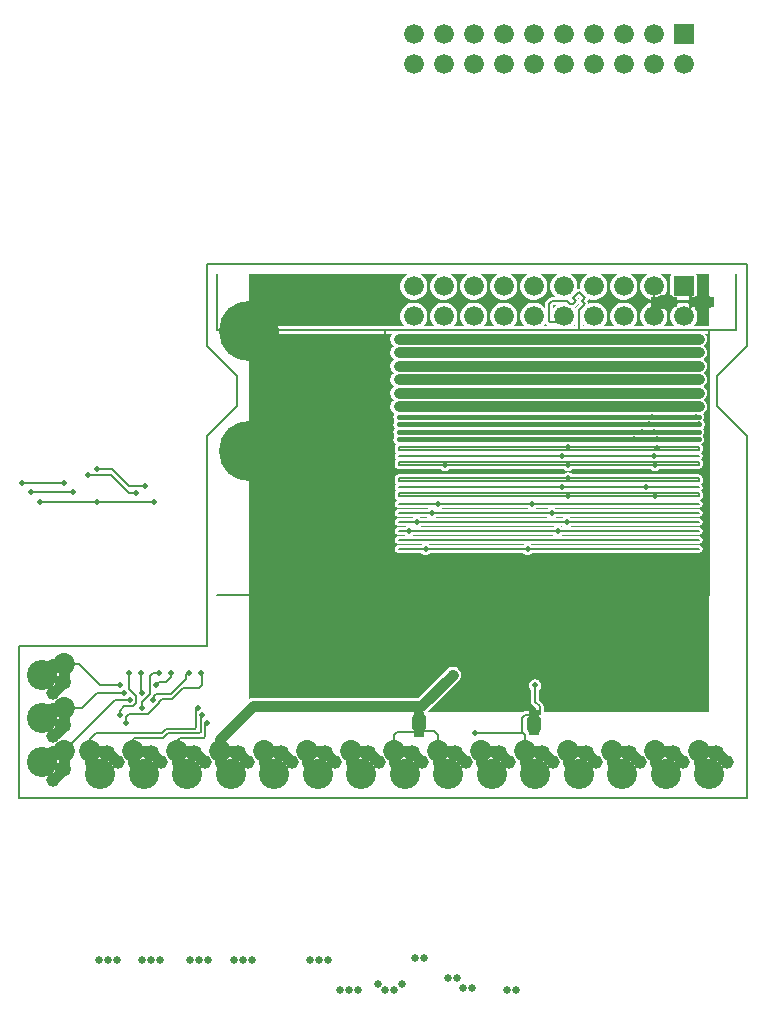
<source format=gbr>
G04 This is an RS-274x file exported by *
G04 gerbv version 2.7.0 *
G04 More information is available about gerbv at *
G04 http://gerbv.geda-project.org/ *
G04 --End of header info--*
%MOIN*%
%FSLAX36Y36*%
%IPPOS*%
G04 --Define apertures--*
%ADD10C,0.0060*%
%ADD11C,0.0001*%
%ADD12C,0.0150*%
%ADD13C,0.0350*%
%ADD14C,0.0394*%
%ADD15C,0.0945*%
%ADD16C,0.0669*%
%ADD17C,0.0472*%
%ADD18C,0.0200*%
%ADD19C,0.0600*%
%ADD20C,0.1600*%
%ADD21C,0.0250*%
%ADD22C,0.1181*%
%ADD23C,0.0100*%
%ADD24C,0.0197*%
%ADD25C,0.0787*%
%ADD26C,0.0492*%
%ADD27C,0.0295*%
%ADD28C,0.0380*%
%ADD29C,0.0454*%
%ADD30C,0.1005*%
%ADD31C,0.0729*%
%ADD32C,0.0532*%
%ADD33C,0.0260*%
%ADD34C,0.0660*%
%ADD35C,0.2000*%
%ADD36C,0.0790*%
%ADD37C,0.0490*%
%ADD38C,0.0300*%
%ADD39C,0.1180*%
G04 --Start main section--*
G54D10*
G01X2831500Y2969000D02*
G01X2839500Y2961000D01*
G01X2796500Y2969000D02*
G01X2831500Y2969000D01*
G01X2789500Y2962000D02*
G01X2796500Y2969000D01*
G01X2797500Y2929000D02*
G01X2790500Y2936000D01*
G01X2797500Y2929000D02*
G01X2832500Y2929000D01*
G01X2839500Y2936000D02*
G01X2832500Y2929000D01*
G01X2706500Y2969000D02*
G01X2714500Y2961000D01*
G01X2671500Y2969000D02*
G01X2706500Y2969000D01*
G01X2664500Y2962000D02*
G01X2671500Y2969000D01*
G01X2672500Y2929000D02*
G01X2665500Y2936000D01*
G01X2672500Y2929000D02*
G01X2707500Y2929000D01*
G01X2714500Y2936000D02*
G01X2707500Y2929000D01*
G01X1848000Y1562500D02*
G01X1856000Y1570500D01*
G01X1848000Y1562500D02*
G01X1848000Y1527500D01*
G01X1855000Y1520500D02*
G01X1848000Y1527500D01*
G01X1888000Y1528500D02*
G01X1881000Y1521500D01*
G01X1888000Y1563500D02*
G01X1888000Y1528500D01*
G01X1881000Y1570500D02*
G01X1888000Y1563500D01*
G01X2272000Y1524000D02*
G01X2264000Y1516000D01*
G01X2272000Y1559000D02*
G01X2272000Y1524000D01*
G01X2265000Y1566000D02*
G01X2272000Y1559000D01*
G01X2232000Y1558000D02*
G01X2239000Y1565000D01*
G01X2232000Y1558000D02*
G01X2232000Y1523000D01*
G01X2239000Y1516000D02*
G01X2232000Y1523000D01*
G01X0000000Y0000000D02*
G54D11*
G36*
G01X2425830Y1925390D02*
G01X2426150Y1924530D01*
G01X2428030Y1917660D01*
G01X2429290Y1910650D01*
G01X2429920Y1903560D01*
G01X2429920Y1896440D01*
G01X2429290Y1889350D01*
G01X2428030Y1882340D01*
G01X2426150Y1875470D01*
G01X2425830Y1874610D01*
G01X2425830Y1925390D01*
G37*
G36*
G01X2808310Y2425000D02*
G01X2809220Y2425780D01*
G01X2810550Y2427340D01*
G01X2811620Y2429080D01*
G01X2812400Y2430970D01*
G01X2812880Y2432960D01*
G01X2813040Y2435000D01*
G01X2812880Y2437040D01*
G01X2812400Y2439030D01*
G01X2811620Y2440920D01*
G01X2810550Y2442660D01*
G01X2809220Y2444220D01*
G01X2808310Y2445000D01*
G01X2809220Y2445780D01*
G01X2810550Y2447340D01*
G01X2811620Y2449080D01*
G01X2812400Y2450970D01*
G01X2812880Y2452960D01*
G01X2813040Y2455000D01*
G01X2813000Y2455510D01*
G01X2813000Y2464490D01*
G01X2813040Y2465000D01*
G01X2812880Y2467040D01*
G01X2812400Y2469030D01*
G01X2811620Y2470920D01*
G01X2810550Y2472660D01*
G01X2809220Y2474220D01*
G01X2808600Y2474750D01*
G01X2810320Y2475800D01*
G01X2812410Y2477590D01*
G01X2814200Y2479680D01*
G01X2815640Y2482030D01*
G01X2816690Y2484580D01*
G01X2817340Y2487250D01*
G01X2817550Y2490000D01*
G01X2817340Y2492750D01*
G01X2816690Y2495420D01*
G01X2815640Y2497970D01*
G01X2814200Y2500320D01*
G01X2812410Y2502410D01*
G01X2812310Y2502500D01*
G01X2812410Y2502590D01*
G01X2814200Y2504680D01*
G01X2815640Y2507030D01*
G01X2816690Y2509580D01*
G01X2817340Y2512250D01*
G01X2817550Y2515000D01*
G01X2817340Y2517750D01*
G01X2816690Y2520420D01*
G01X2815640Y2522970D01*
G01X2814200Y2525320D01*
G01X2813950Y2525610D01*
G01X2814190Y2525810D01*
G01X2816230Y2528210D01*
G01X2817880Y2530890D01*
G01X2819080Y2533800D01*
G01X2819810Y2536860D01*
G01X2820000Y2540000D01*
G01X2819810Y2543140D01*
G01X2819080Y2546200D01*
G01X2817880Y2549110D01*
G01X2816230Y2551790D01*
G01X2814190Y2554190D01*
G01X2813950Y2554390D01*
G01X2814200Y2554680D01*
G01X2815640Y2557030D01*
G01X2816690Y2559580D01*
G01X2817340Y2562250D01*
G01X2817550Y2565000D01*
G01X2817340Y2567750D01*
G01X2816690Y2570420D01*
G01X2815640Y2572970D01*
G01X2814200Y2575320D01*
G01X2813570Y2576060D01*
G01X2816210Y2577680D01*
G01X2819510Y2580490D01*
G01X2822320Y2583790D01*
G01X2824580Y2587480D01*
G01X2826230Y2591480D01*
G01X2827250Y2595680D01*
G01X2827580Y2600000D01*
G01X2827250Y2604320D01*
G01X2826230Y2608520D01*
G01X2824580Y2612520D01*
G01X2822320Y2616210D01*
G01X2819510Y2619510D01*
G01X2816210Y2622320D01*
G01X2815910Y2622500D01*
G01X2816210Y2622680D01*
G01X2819510Y2625490D01*
G01X2822320Y2628790D01*
G01X2824580Y2632480D01*
G01X2826230Y2636480D01*
G01X2827250Y2640680D01*
G01X2827580Y2645000D01*
G01X2827250Y2649320D01*
G01X2826230Y2653520D01*
G01X2824580Y2657520D01*
G01X2822320Y2661210D01*
G01X2819510Y2664510D01*
G01X2816210Y2667320D01*
G01X2815910Y2667500D01*
G01X2816210Y2667680D01*
G01X2819510Y2670490D01*
G01X2822320Y2673790D01*
G01X2824580Y2677480D01*
G01X2826230Y2681480D01*
G01X2827250Y2685680D01*
G01X2827580Y2690000D01*
G01X2827250Y2694320D01*
G01X2826230Y2698520D01*
G01X2824580Y2702520D01*
G01X2822320Y2706210D01*
G01X2819510Y2709510D01*
G01X2816210Y2712320D01*
G01X2815910Y2712500D01*
G01X2816210Y2712680D01*
G01X2819510Y2715490D01*
G01X2822320Y2718790D01*
G01X2824580Y2722480D01*
G01X2826230Y2726480D01*
G01X2827250Y2730680D01*
G01X2827580Y2735000D01*
G01X2827250Y2739320D01*
G01X2826230Y2743520D01*
G01X2824580Y2747520D01*
G01X2822320Y2751210D01*
G01X2819510Y2754510D01*
G01X2816210Y2757320D01*
G01X2815910Y2757500D01*
G01X2816210Y2757680D01*
G01X2819510Y2760490D01*
G01X2822320Y2763790D01*
G01X2824580Y2767480D01*
G01X2826230Y2771480D01*
G01X2827250Y2775680D01*
G01X2827580Y2780000D01*
G01X2827250Y2784320D01*
G01X2826230Y2788520D01*
G01X2824580Y2792520D01*
G01X2822320Y2796210D01*
G01X2819510Y2799510D01*
G01X2816210Y2802320D01*
G01X2815910Y2802500D01*
G01X2816210Y2802680D01*
G01X2819510Y2805490D01*
G01X2822320Y2808790D01*
G01X2824580Y2812480D01*
G01X2826230Y2816480D01*
G01X2827250Y2820680D01*
G01X2827580Y2825000D01*
G01X2827250Y2829320D01*
G01X2826230Y2833520D01*
G01X2824580Y2837520D01*
G01X2822320Y2841210D01*
G01X2821650Y2842000D01*
G01X2835000Y2842000D01*
G01X2835000Y1580000D01*
G01X2425830Y1580000D01*
G01X2425830Y1851410D01*
G01X2429500Y1857630D01*
G01X2432950Y1864860D01*
G01X2435750Y1872380D01*
G01X2437870Y1880110D01*
G01X2439290Y1888000D01*
G01X2440000Y1895990D01*
G01X2440000Y1904010D01*
G01X2439290Y1912000D01*
G01X2437870Y1919890D01*
G01X2435750Y1927620D01*
G01X2432950Y1935140D01*
G01X2429500Y1942370D01*
G01X2425830Y1948590D01*
G01X2425830Y2112000D01*
G01X2800000Y2112000D01*
G01X2802040Y2112120D01*
G01X2804030Y2112600D01*
G01X2805920Y2113380D01*
G01X2807660Y2114450D01*
G01X2809220Y2115780D01*
G01X2810550Y2117340D01*
G01X2811620Y2119080D01*
G01X2812400Y2120970D01*
G01X2812880Y2122960D01*
G01X2813040Y2125000D01*
G01X2812880Y2127040D01*
G01X2812400Y2129030D01*
G01X2811620Y2130920D01*
G01X2810550Y2132660D01*
G01X2809220Y2134220D01*
G01X2807660Y2135550D01*
G01X2805920Y2136620D01*
G01X2804030Y2137400D01*
G01X2802040Y2137880D01*
G01X2800000Y2138000D01*
G01X2425830Y2138000D01*
G01X2425830Y2142000D01*
G01X2800000Y2142000D01*
G01X2802040Y2142120D01*
G01X2804030Y2142600D01*
G01X2805920Y2143380D01*
G01X2807660Y2144450D01*
G01X2809220Y2145780D01*
G01X2810550Y2147340D01*
G01X2811620Y2149080D01*
G01X2812400Y2150970D01*
G01X2812880Y2152960D01*
G01X2813040Y2155000D01*
G01X2812880Y2157040D01*
G01X2812400Y2159030D01*
G01X2811620Y2160920D01*
G01X2810550Y2162660D01*
G01X2809220Y2164220D01*
G01X2807660Y2165550D01*
G01X2805920Y2166620D01*
G01X2804030Y2167400D01*
G01X2802040Y2167880D01*
G01X2800000Y2168000D01*
G01X2425830Y2168000D01*
G01X2425830Y2172000D01*
G01X2800000Y2172000D01*
G01X2802040Y2172120D01*
G01X2804030Y2172600D01*
G01X2805920Y2173380D01*
G01X2807660Y2174450D01*
G01X2809220Y2175780D01*
G01X2810550Y2177340D01*
G01X2811620Y2179080D01*
G01X2812400Y2180970D01*
G01X2812880Y2182960D01*
G01X2813040Y2185000D01*
G01X2812880Y2187040D01*
G01X2812400Y2189030D01*
G01X2811620Y2190920D01*
G01X2810550Y2192660D01*
G01X2809220Y2194220D01*
G01X2807660Y2195550D01*
G01X2805920Y2196620D01*
G01X2804030Y2197400D01*
G01X2802040Y2197880D01*
G01X2800000Y2198000D01*
G01X2425830Y2198000D01*
G01X2425830Y2202000D01*
G01X2800000Y2202000D01*
G01X2802040Y2202120D01*
G01X2804030Y2202600D01*
G01X2805920Y2203380D01*
G01X2807660Y2204450D01*
G01X2809220Y2205780D01*
G01X2810550Y2207340D01*
G01X2811620Y2209080D01*
G01X2812400Y2210970D01*
G01X2812880Y2212960D01*
G01X2813040Y2215000D01*
G01X2812880Y2217040D01*
G01X2812400Y2219030D01*
G01X2811620Y2220920D01*
G01X2810550Y2222660D01*
G01X2809220Y2224220D01*
G01X2807660Y2225550D01*
G01X2805920Y2226620D01*
G01X2804030Y2227400D01*
G01X2802040Y2227880D01*
G01X2800000Y2228000D01*
G01X2425830Y2228000D01*
G01X2425830Y2232000D01*
G01X2800000Y2232000D01*
G01X2802040Y2232120D01*
G01X2804030Y2232600D01*
G01X2805920Y2233380D01*
G01X2807660Y2234450D01*
G01X2809220Y2235780D01*
G01X2810550Y2237340D01*
G01X2811620Y2239080D01*
G01X2812400Y2240970D01*
G01X2812880Y2242960D01*
G01X2813040Y2245000D01*
G01X2812880Y2247040D01*
G01X2812400Y2249030D01*
G01X2811620Y2250920D01*
G01X2810550Y2252660D01*
G01X2809220Y2254220D01*
G01X2807660Y2255550D01*
G01X2805920Y2256620D01*
G01X2804030Y2257400D01*
G01X2802040Y2257880D01*
G01X2800000Y2258000D01*
G01X2425830Y2258000D01*
G01X2425830Y2262000D01*
G01X2800000Y2262000D01*
G01X2802040Y2262120D01*
G01X2804030Y2262600D01*
G01X2805920Y2263380D01*
G01X2807660Y2264450D01*
G01X2809220Y2265780D01*
G01X2810550Y2267340D01*
G01X2811620Y2269080D01*
G01X2812400Y2270970D01*
G01X2812880Y2272960D01*
G01X2813040Y2275000D01*
G01X2812880Y2277040D01*
G01X2812400Y2279030D01*
G01X2811620Y2280920D01*
G01X2810550Y2282660D01*
G01X2809220Y2284220D01*
G01X2807660Y2285550D01*
G01X2805920Y2286620D01*
G01X2804030Y2287400D01*
G01X2803620Y2287500D01*
G01X2804030Y2287600D01*
G01X2805920Y2288380D01*
G01X2807660Y2289450D01*
G01X2809220Y2290780D01*
G01X2810550Y2292340D01*
G01X2811620Y2294080D01*
G01X2812400Y2295970D01*
G01X2812880Y2297960D01*
G01X2813040Y2300000D01*
G01X2813000Y2300510D01*
G01X2813000Y2309490D01*
G01X2813040Y2310000D01*
G01X2812880Y2312040D01*
G01X2812400Y2314030D01*
G01X2811620Y2315920D01*
G01X2810550Y2317660D01*
G01X2809220Y2319220D01*
G01X2808310Y2320000D01*
G01X2809220Y2320780D01*
G01X2810550Y2322340D01*
G01X2811620Y2324080D01*
G01X2812400Y2325970D01*
G01X2812880Y2327960D01*
G01X2813040Y2330000D01*
G01X2812880Y2332040D01*
G01X2812400Y2334030D01*
G01X2811620Y2335920D01*
G01X2810550Y2337660D01*
G01X2809220Y2339220D01*
G01X2808310Y2340000D01*
G01X2809220Y2340780D01*
G01X2810550Y2342340D01*
G01X2811620Y2344080D01*
G01X2812400Y2345970D01*
G01X2812880Y2347960D01*
G01X2813040Y2350000D01*
G01X2813000Y2350510D01*
G01X2813000Y2359490D01*
G01X2813040Y2360000D01*
G01X2812880Y2362040D01*
G01X2812400Y2364030D01*
G01X2811620Y2365920D01*
G01X2810550Y2367660D01*
G01X2809220Y2369220D01*
G01X2807660Y2370550D01*
G01X2805920Y2371620D01*
G01X2804030Y2372400D01*
G01X2802040Y2372880D01*
G01X2800000Y2373040D01*
G01X2799490Y2373000D01*
G01X2425830Y2373000D01*
G01X2425830Y2392000D01*
G01X2639800Y2392000D01*
G01X2640810Y2390810D01*
G01X2643210Y2388770D01*
G01X2645890Y2387120D01*
G01X2648800Y2385920D01*
G01X2651860Y2385190D01*
G01X2655000Y2384940D01*
G01X2658140Y2385190D01*
G01X2661200Y2385920D01*
G01X2664110Y2387120D01*
G01X2666790Y2388770D01*
G01X2669190Y2390810D01*
G01X2670200Y2392000D01*
G01X2799490Y2392000D01*
G01X2800000Y2391960D01*
G01X2802040Y2392120D01*
G01X2804030Y2392600D01*
G01X2805920Y2393380D01*
G01X2807660Y2394450D01*
G01X2809220Y2395780D01*
G01X2810550Y2397340D01*
G01X2811620Y2399080D01*
G01X2812400Y2400970D01*
G01X2812880Y2402960D01*
G01X2813040Y2405000D01*
G01X2813000Y2405510D01*
G01X2813000Y2414490D01*
G01X2813040Y2415000D01*
G01X2812880Y2417040D01*
G01X2812400Y2419030D01*
G01X2811620Y2420920D01*
G01X2810550Y2422660D01*
G01X2809220Y2424220D01*
G01X2808310Y2425000D01*
G37*
G36*
G01X2425830Y2373000D02*
G01X2380200Y2373000D01*
G01X2379190Y2374190D01*
G01X2376790Y2376230D01*
G01X2374110Y2377880D01*
G01X2371200Y2379080D01*
G01X2368140Y2379810D01*
G01X2365000Y2380060D01*
G01X2361860Y2379810D01*
G01X2358800Y2379080D01*
G01X2355890Y2377880D01*
G01X2353210Y2376230D01*
G01X2350810Y2374190D01*
G01X2349800Y2373000D01*
G01X2300000Y2373000D01*
G01X2300000Y2392000D01*
G01X2349800Y2392000D01*
G01X2350810Y2390810D01*
G01X2353210Y2388770D01*
G01X2355890Y2387120D01*
G01X2358800Y2385920D01*
G01X2361860Y2385190D01*
G01X2365000Y2384940D01*
G01X2368140Y2385190D01*
G01X2371200Y2385920D01*
G01X2374110Y2387120D01*
G01X2376790Y2388770D01*
G01X2379190Y2390810D01*
G01X2380200Y2392000D01*
G01X2425830Y2392000D01*
G01X2425830Y2373000D01*
G37*
G36*
G01X2425830Y2258000D02*
G01X2325200Y2258000D01*
G01X2324190Y2259190D01*
G01X2321790Y2261230D01*
G01X2320540Y2262000D01*
G01X2425830Y2262000D01*
G01X2425830Y2258000D01*
G37*
G36*
G01X2425830Y2228000D02*
G01X2375200Y2228000D01*
G01X2374190Y2229190D01*
G01X2371790Y2231230D01*
G01X2370540Y2232000D01*
G01X2425830Y2232000D01*
G01X2425830Y2228000D01*
G37*
G36*
G01X2425830Y2198000D02*
G01X2370540Y2198000D01*
G01X2371790Y2198770D01*
G01X2374190Y2200810D01*
G01X2375200Y2202000D01*
G01X2425830Y2202000D01*
G01X2425830Y2198000D01*
G37*
G36*
G01X2425830Y2168000D02*
G01X2340540Y2168000D01*
G01X2341790Y2168770D01*
G01X2344190Y2170810D01*
G01X2345200Y2172000D01*
G01X2425830Y2172000D01*
G01X2425830Y2168000D01*
G37*
G36*
G01X2425830Y2138000D02*
G01X2300000Y2138000D01*
G01X2300000Y2142000D01*
G01X2425830Y2142000D01*
G01X2425830Y2138000D01*
G37*
G36*
G01X2425830Y1580000D02*
G01X2300000Y1580000D01*
G01X2300000Y1825110D01*
G01X2300730Y1824580D01*
G01X2307630Y1820500D01*
G01X2314860Y1817050D01*
G01X2322380Y1814250D01*
G01X2330110Y1812130D01*
G01X2338000Y1810710D01*
G01X2345990Y1810000D01*
G01X2354010Y1810000D01*
G01X2362000Y1810710D01*
G01X2369890Y1812130D01*
G01X2377620Y1814250D01*
G01X2385140Y1817050D01*
G01X2392370Y1820500D01*
G01X2399270Y1824580D01*
G01X2405790Y1829260D01*
G01X2406380Y1829800D01*
G01X2406870Y1830430D01*
G01X2407260Y1831120D01*
G01X2407540Y1831870D01*
G01X2407690Y1832660D01*
G01X2407720Y1833460D01*
G01X2407630Y1834250D01*
G01X2407410Y1835020D01*
G01X2407080Y1835750D01*
G01X2406630Y1836410D01*
G01X2406090Y1837000D01*
G01X2405460Y1837490D01*
G01X2404770Y1837880D01*
G01X2404020Y1838160D01*
G01X2403230Y1838320D01*
G01X2402430Y1838350D01*
G01X2401640Y1838250D01*
G01X2400870Y1838040D01*
G01X2400140Y1837700D01*
G01X2399490Y1837240D01*
G01X2393760Y1833030D01*
G01X2387630Y1829400D01*
G01X2381200Y1826340D01*
G01X2374530Y1823850D01*
G01X2367660Y1821970D01*
G01X2360650Y1820710D01*
G01X2353560Y1820080D01*
G01X2346440Y1820080D01*
G01X2339350Y1820710D01*
G01X2332340Y1821970D01*
G01X2325470Y1823850D01*
G01X2318800Y1826340D01*
G01X2312370Y1829400D01*
G01X2306240Y1833030D01*
G01X2300460Y1837180D01*
G01X2300000Y1837500D01*
G01X2300000Y1962400D01*
G01X2300510Y1962760D01*
G01X2306240Y1966970D01*
G01X2312370Y1970600D01*
G01X2318800Y1973660D01*
G01X2325470Y1976150D01*
G01X2332340Y1978030D01*
G01X2339350Y1979290D01*
G01X2346440Y1979920D01*
G01X2353560Y1979920D01*
G01X2360650Y1979290D01*
G01X2367660Y1978030D01*
G01X2374530Y1976150D01*
G01X2381200Y1973660D01*
G01X2387630Y1970600D01*
G01X2393760Y1966970D01*
G01X2399540Y1962820D01*
G01X2400180Y1962370D01*
G01X2400900Y1962040D01*
G01X2401650Y1961820D01*
G01X2402440Y1961730D01*
G01X2403220Y1961760D01*
G01X2403990Y1961920D01*
G01X2404730Y1962190D01*
G01X2405420Y1962570D01*
G01X2406040Y1963060D01*
G01X2406570Y1963640D01*
G01X2407010Y1964290D01*
G01X2407340Y1965010D01*
G01X2407550Y1965760D01*
G01X2407650Y1966550D01*
G01X2407610Y1967330D01*
G01X2407460Y1968100D01*
G01X2407190Y1968840D01*
G01X2406800Y1969530D01*
G01X2406320Y1970150D01*
G01X2405730Y1970670D01*
G01X2399270Y1975420D01*
G01X2392370Y1979500D01*
G01X2385140Y1982950D01*
G01X2377620Y1985750D01*
G01X2369890Y1987870D01*
G01X2362000Y1989290D01*
G01X2354010Y1990000D01*
G01X2345990Y1990000D01*
G01X2338000Y1989290D01*
G01X2330110Y1987870D01*
G01X2322380Y1985750D01*
G01X2314860Y1982950D01*
G01X2307630Y1979500D01*
G01X2300730Y1975420D01*
G01X2300000Y1974900D01*
G01X2300000Y2112000D01*
G01X2425830Y2112000D01*
G01X2425830Y1948590D01*
G01X2425420Y1949270D01*
G01X2420740Y1955790D01*
G01X2420200Y1956380D01*
G01X2419570Y1956870D01*
G01X2418880Y1957260D01*
G01X2418130Y1957540D01*
G01X2417340Y1957690D01*
G01X2416540Y1957720D01*
G01X2415750Y1957630D01*
G01X2414980Y1957410D01*
G01X2414250Y1957080D01*
G01X2413590Y1956630D01*
G01X2413000Y1956090D01*
G01X2412510Y1955460D01*
G01X2412120Y1954770D01*
G01X2411840Y1954020D01*
G01X2411680Y1953230D01*
G01X2411650Y1952430D01*
G01X2411750Y1951640D01*
G01X2411960Y1950870D01*
G01X2412300Y1950140D01*
G01X2412760Y1949490D01*
G01X2416970Y1943760D01*
G01X2420600Y1937630D01*
G01X2423660Y1931200D01*
G01X2425830Y1925390D01*
G01X2425830Y1874610D01*
G01X2423660Y1868800D01*
G01X2420600Y1862370D01*
G01X2416970Y1856240D01*
G01X2412820Y1850460D01*
G01X2412370Y1849820D01*
G01X2412040Y1849100D01*
G01X2411820Y1848350D01*
G01X2411730Y1847560D01*
G01X2411760Y1846780D01*
G01X2411920Y1846010D01*
G01X2412190Y1845270D01*
G01X2412570Y1844580D01*
G01X2413060Y1843960D01*
G01X2413640Y1843430D01*
G01X2414290Y1842990D01*
G01X2415010Y1842660D01*
G01X2415760Y1842450D01*
G01X2416550Y1842350D01*
G01X2417330Y1842390D01*
G01X2418100Y1842540D01*
G01X2418840Y1842810D01*
G01X2419530Y1843200D01*
G01X2420150Y1843680D01*
G01X2420670Y1844270D01*
G01X2425420Y1850730D01*
G01X2425830Y1851410D01*
G01X2425830Y1580000D01*
G37*
G36*
G01X2300000Y2138000D02*
G01X2245200Y2138000D01*
G01X2244190Y2139190D01*
G01X2241790Y2141230D01*
G01X2240540Y2142000D01*
G01X2300000Y2142000D01*
G01X2300000Y2138000D01*
G37*
G36*
G01X2274170Y2392000D02*
G01X2300000Y2392000D01*
G01X2300000Y2373000D01*
G01X2274170Y2373000D01*
G01X2274170Y2392000D01*
G37*
G36*
G01X2300000Y1580000D02*
G01X2283000Y1580000D01*
G01X2283000Y1599490D01*
G01X2283040Y1600000D01*
G01X2282880Y1602040D01*
G01X2282880Y1602040D01*
G01X2282520Y1603550D01*
G01X2282400Y1604030D01*
G01X2282080Y1604810D01*
G01X2281620Y1605920D01*
G01X2281200Y1606600D01*
G01X2280550Y1607660D01*
G01X2280550Y1607670D01*
G01X2279220Y1609220D01*
G01X2278830Y1609550D01*
G01X2274170Y1614210D01*
G01X2274170Y1664190D01*
G01X2274810Y1666860D01*
G01X2275000Y1670000D01*
G01X2274810Y1673140D01*
G01X2274170Y1675810D01*
G01X2274170Y1851410D01*
G01X2274580Y1850730D01*
G01X2279260Y1844210D01*
G01X2279800Y1843620D01*
G01X2280430Y1843130D01*
G01X2281120Y1842740D01*
G01X2281870Y1842460D01*
G01X2282660Y1842310D01*
G01X2283460Y1842280D01*
G01X2284250Y1842370D01*
G01X2285020Y1842590D01*
G01X2285750Y1842920D01*
G01X2286410Y1843370D01*
G01X2287000Y1843910D01*
G01X2287490Y1844540D01*
G01X2287880Y1845230D01*
G01X2288160Y1845980D01*
G01X2288320Y1846770D01*
G01X2288350Y1847570D01*
G01X2288250Y1848360D01*
G01X2288040Y1849130D01*
G01X2287700Y1849860D01*
G01X2287240Y1850510D01*
G01X2283030Y1856240D01*
G01X2279400Y1862370D01*
G01X2276340Y1868800D01*
G01X2274170Y1874610D01*
G01X2274170Y1925390D01*
G01X2276340Y1931200D01*
G01X2279400Y1937630D01*
G01X2283030Y1943760D01*
G01X2287180Y1949540D01*
G01X2287630Y1950180D01*
G01X2287960Y1950900D01*
G01X2288180Y1951650D01*
G01X2288270Y1952440D01*
G01X2288240Y1953220D01*
G01X2288080Y1953990D01*
G01X2287810Y1954730D01*
G01X2287430Y1955420D01*
G01X2286940Y1956040D01*
G01X2286360Y1956570D01*
G01X2285710Y1957010D01*
G01X2284990Y1957340D01*
G01X2284240Y1957550D01*
G01X2283450Y1957650D01*
G01X2282670Y1957610D01*
G01X2281900Y1957460D01*
G01X2281160Y1957190D01*
G01X2280470Y1956800D01*
G01X2279850Y1956320D01*
G01X2279330Y1955730D01*
G01X2274580Y1949270D01*
G01X2274170Y1948590D01*
G01X2274170Y2112000D01*
G01X2300000Y2112000D01*
G01X2300000Y1974900D01*
G01X2294210Y1970740D01*
G01X2293620Y1970200D01*
G01X2293130Y1969570D01*
G01X2292740Y1968880D01*
G01X2292460Y1968130D01*
G01X2292310Y1967340D01*
G01X2292280Y1966540D01*
G01X2292370Y1965750D01*
G01X2292590Y1964980D01*
G01X2292920Y1964250D01*
G01X2293370Y1963590D01*
G01X2293910Y1963000D01*
G01X2294540Y1962510D01*
G01X2295230Y1962120D01*
G01X2295980Y1961840D01*
G01X2296770Y1961680D01*
G01X2297570Y1961650D01*
G01X2298360Y1961750D01*
G01X2299130Y1961960D01*
G01X2299860Y1962300D01*
G01X2300000Y1962400D01*
G01X2300000Y1837500D01*
G01X2299820Y1837630D01*
G01X2299100Y1837960D01*
G01X2298350Y1838180D01*
G01X2297560Y1838270D01*
G01X2296780Y1838240D01*
G01X2296010Y1838080D01*
G01X2295270Y1837810D01*
G01X2294580Y1837430D01*
G01X2293960Y1836940D01*
G01X2293430Y1836360D01*
G01X2292990Y1835710D01*
G01X2292660Y1834990D01*
G01X2292450Y1834240D01*
G01X2292350Y1833450D01*
G01X2292390Y1832670D01*
G01X2292540Y1831900D01*
G01X2292810Y1831160D01*
G01X2293200Y1830470D01*
G01X2293680Y1829850D01*
G01X2294270Y1829330D01*
G01X2300000Y1825110D01*
G01X2300000Y1580000D01*
G37*
G36*
G01X2274170Y1874610D02*
G01X2273850Y1875470D01*
G01X2271970Y1882340D01*
G01X2270710Y1889350D01*
G01X2270080Y1896440D01*
G01X2270080Y1903560D01*
G01X2270710Y1910650D01*
G01X2271970Y1917660D01*
G01X2273850Y1924530D01*
G01X2274170Y1925390D01*
G01X2274170Y1874610D01*
G37*
G36*
G01X1375830Y2475390D02*
G01X1376150Y2474530D01*
G01X1378030Y2467660D01*
G01X1379290Y2460650D01*
G01X1379920Y2453560D01*
G01X1379920Y2446440D01*
G01X1379290Y2439350D01*
G01X1378030Y2432340D01*
G01X1376150Y2425470D01*
G01X1375830Y2424610D01*
G01X1375830Y2475390D01*
G37*
G36*
G01X1375830Y2842000D02*
G01X1379520Y2842000D01*
G01X1379290Y2839350D01*
G01X1378030Y2832340D01*
G01X1376150Y2825470D01*
G01X1375830Y2824610D01*
G01X1375830Y2842000D01*
G37*
G36*
G01X2274170Y1675810D02*
G01X2274080Y1676200D01*
G01X2272880Y1679110D01*
G01X2271230Y1681790D01*
G01X2269190Y1684190D01*
G01X2266790Y1686230D01*
G01X2264110Y1687880D01*
G01X2261200Y1689080D01*
G01X2258140Y1689810D01*
G01X2255000Y1690060D01*
G01X2251860Y1689810D01*
G01X2248800Y1689080D01*
G01X2245890Y1687880D01*
G01X2243210Y1686230D01*
G01X2240810Y1684190D01*
G01X2238770Y1681790D01*
G01X2237120Y1679110D01*
G01X2235920Y1676200D01*
G01X2235190Y1673140D01*
G01X2234940Y1670000D01*
G01X2235190Y1666860D01*
G01X2235920Y1663800D01*
G01X2237120Y1660890D01*
G01X2238770Y1658210D01*
G01X2240810Y1655810D01*
G01X2242000Y1654800D01*
G01X2242000Y1615510D01*
G01X2241960Y1615000D01*
G01X2242120Y1612960D01*
G01X2242120Y1612960D01*
G01X2242600Y1610970D01*
G01X2243380Y1609080D01*
G01X2243790Y1608420D01*
G01X2244450Y1607340D01*
G01X2244450Y1607330D01*
G01X2245780Y1605780D01*
G01X2246170Y1605450D01*
G01X2257000Y1594620D01*
G01X2257000Y1587960D01*
G01X2253900Y1587940D01*
G01X2252830Y1587680D01*
G01X2251810Y1587260D01*
G01X2251500Y1587060D01*
G01X2251190Y1587260D01*
G01X2250170Y1587680D01*
G01X2249100Y1587940D01*
G01X2248000Y1588000D01*
G01X2240900Y1587940D01*
G01X2239830Y1587680D01*
G01X2238810Y1587260D01*
G01X2237870Y1586680D01*
G01X2237040Y1585960D01*
G01X2236320Y1585130D01*
G01X2235740Y1584190D01*
G01X2235320Y1583170D01*
G01X2235280Y1583000D01*
G01X2220510Y1583000D01*
G01X2220000Y1583040D01*
G01X2217960Y1582880D01*
G01X2215970Y1582400D01*
G01X2214080Y1581620D01*
G01X2212340Y1580550D01*
G01X2212330Y1580550D01*
G01X2211690Y1580000D01*
G01X1893930Y1580000D01*
G01X1894510Y1580490D01*
G01X1895210Y1581320D01*
G01X1998680Y1684790D01*
G01X1999510Y1685490D01*
G01X2002310Y1688780D01*
G01X2002320Y1688790D01*
G01X2004580Y1692480D01*
G01X2006230Y1696480D01*
G01X2007250Y1700680D01*
G01X2007580Y1705000D01*
G01X2007250Y1709320D01*
G01X2006230Y1713520D01*
G01X2004580Y1717520D01*
G01X2002320Y1721210D01*
G01X1999510Y1724510D01*
G01X1996210Y1727320D01*
G01X1992520Y1729580D01*
G01X1988520Y1731230D01*
G01X1984320Y1732250D01*
G01X1980000Y1732580D01*
G01X1975680Y1732250D01*
G01X1971480Y1731230D01*
G01X1967480Y1729580D01*
G01X1963790Y1727320D01*
G01X1963780Y1727310D01*
G01X1960490Y1724510D01*
G01X1959790Y1723680D01*
G01X1863610Y1627500D01*
G01X1375830Y1627500D01*
G01X1375830Y2401410D01*
G01X1379500Y2407630D01*
G01X1382950Y2414860D01*
G01X1385750Y2422380D01*
G01X1387870Y2430110D01*
G01X1389290Y2438000D01*
G01X1390000Y2445990D01*
G01X1390000Y2454010D01*
G01X1389290Y2462000D01*
G01X1387870Y2469890D01*
G01X1385750Y2477620D01*
G01X1382950Y2485140D01*
G01X1379500Y2492370D01*
G01X1375830Y2498590D01*
G01X1375830Y2801410D01*
G01X1379500Y2807630D01*
G01X1382950Y2814860D01*
G01X1385750Y2822380D01*
G01X1387870Y2830110D01*
G01X1389290Y2838000D01*
G01X1389640Y2842000D01*
G01X1778350Y2842000D01*
G01X1777680Y2841210D01*
G01X1775420Y2837520D01*
G01X1773770Y2833520D01*
G01X1772750Y2829320D01*
G01X1772420Y2825000D01*
G01X1772750Y2820680D01*
G01X1773770Y2816480D01*
G01X1775420Y2812480D01*
G01X1777680Y2808790D01*
G01X1780490Y2805490D01*
G01X1783790Y2802680D01*
G01X1784090Y2802500D01*
G01X1783790Y2802320D01*
G01X1780490Y2799510D01*
G01X1777680Y2796210D01*
G01X1775420Y2792520D01*
G01X1773770Y2788520D01*
G01X1772750Y2784320D01*
G01X1772420Y2780000D01*
G01X1772750Y2775680D01*
G01X1773770Y2771480D01*
G01X1775420Y2767480D01*
G01X1777680Y2763790D01*
G01X1780490Y2760490D01*
G01X1783790Y2757680D01*
G01X1784090Y2757500D01*
G01X1783790Y2757320D01*
G01X1780490Y2754510D01*
G01X1777680Y2751210D01*
G01X1775420Y2747520D01*
G01X1773770Y2743520D01*
G01X1772750Y2739320D01*
G01X1772420Y2735000D01*
G01X1772750Y2730680D01*
G01X1773770Y2726480D01*
G01X1775420Y2722480D01*
G01X1777680Y2718790D01*
G01X1780490Y2715490D01*
G01X1783790Y2712680D01*
G01X1784090Y2712500D01*
G01X1783790Y2712320D01*
G01X1780490Y2709510D01*
G01X1777680Y2706210D01*
G01X1775420Y2702520D01*
G01X1773770Y2698520D01*
G01X1772750Y2694320D01*
G01X1772420Y2690000D01*
G01X1772750Y2685680D01*
G01X1773770Y2681480D01*
G01X1775420Y2677480D01*
G01X1777680Y2673790D01*
G01X1780490Y2670490D01*
G01X1783790Y2667680D01*
G01X1784090Y2667500D01*
G01X1783790Y2667320D01*
G01X1780490Y2664510D01*
G01X1777680Y2661210D01*
G01X1775420Y2657520D01*
G01X1773770Y2653520D01*
G01X1772750Y2649320D01*
G01X1772420Y2645000D01*
G01X1772750Y2640680D01*
G01X1773770Y2636480D01*
G01X1775420Y2632480D01*
G01X1777680Y2628790D01*
G01X1780490Y2625490D01*
G01X1783790Y2622680D01*
G01X1784090Y2622500D01*
G01X1783790Y2622320D01*
G01X1780490Y2619510D01*
G01X1777680Y2616210D01*
G01X1775420Y2612520D01*
G01X1773770Y2608520D01*
G01X1772750Y2604320D01*
G01X1772420Y2600000D01*
G01X1772750Y2595680D01*
G01X1773770Y2591480D01*
G01X1775420Y2587480D01*
G01X1777680Y2583790D01*
G01X1780490Y2580490D01*
G01X1783790Y2577680D01*
G01X1786430Y2576060D01*
G01X1785800Y2575320D01*
G01X1784360Y2572970D01*
G01X1783310Y2570420D01*
G01X1782660Y2567750D01*
G01X1782450Y2565000D01*
G01X1782660Y2562250D01*
G01X1783310Y2559580D01*
G01X1784360Y2557030D01*
G01X1785800Y2554680D01*
G01X1787590Y2552590D01*
G01X1787690Y2552500D01*
G01X1787590Y2552410D01*
G01X1785800Y2550320D01*
G01X1784360Y2547970D01*
G01X1783310Y2545420D01*
G01X1782660Y2542750D01*
G01X1782450Y2540000D01*
G01X1782660Y2537250D01*
G01X1783310Y2534580D01*
G01X1784360Y2532030D01*
G01X1785800Y2529680D01*
G01X1787590Y2527590D01*
G01X1787690Y2527500D01*
G01X1787590Y2527410D01*
G01X1785800Y2525320D01*
G01X1784360Y2522970D01*
G01X1783310Y2520420D01*
G01X1782660Y2517750D01*
G01X1782450Y2515000D01*
G01X1782660Y2512250D01*
G01X1783310Y2509580D01*
G01X1784360Y2507030D01*
G01X1785800Y2504680D01*
G01X1787590Y2502590D01*
G01X1787690Y2502500D01*
G01X1787590Y2502410D01*
G01X1785800Y2500320D01*
G01X1784360Y2497970D01*
G01X1783310Y2495420D01*
G01X1782660Y2492750D01*
G01X1782450Y2490000D01*
G01X1782660Y2487250D01*
G01X1783310Y2484580D01*
G01X1784360Y2482030D01*
G01X1785800Y2479680D01*
G01X1787590Y2477590D01*
G01X1789680Y2475800D01*
G01X1791400Y2474750D01*
G01X1790780Y2474220D01*
G01X1789450Y2472660D01*
G01X1788380Y2470920D01*
G01X1787600Y2469030D01*
G01X1787120Y2467040D01*
G01X1786960Y2465000D01*
G01X1787000Y2464490D01*
G01X1787000Y2455510D01*
G01X1786960Y2455000D01*
G01X1787120Y2452960D01*
G01X1787600Y2450970D01*
G01X1788380Y2449080D01*
G01X1789450Y2447340D01*
G01X1790780Y2445780D01*
G01X1791690Y2445000D01*
G01X1790780Y2444220D01*
G01X1789450Y2442660D01*
G01X1788380Y2440920D01*
G01X1787600Y2439030D01*
G01X1787120Y2437040D01*
G01X1786960Y2435000D01*
G01X1787120Y2432960D01*
G01X1787600Y2430970D01*
G01X1788380Y2429080D01*
G01X1789450Y2427340D01*
G01X1790780Y2425780D01*
G01X1791690Y2425000D01*
G01X1790780Y2424220D01*
G01X1789450Y2422660D01*
G01X1788380Y2420920D01*
G01X1787600Y2419030D01*
G01X1787120Y2417040D01*
G01X1786960Y2415000D01*
G01X1787000Y2414490D01*
G01X1787000Y2405510D01*
G01X1786960Y2405000D01*
G01X1787120Y2402960D01*
G01X1787600Y2400970D01*
G01X1788380Y2399080D01*
G01X1789450Y2397340D01*
G01X1790780Y2395780D01*
G01X1792340Y2394450D01*
G01X1794080Y2393380D01*
G01X1795970Y2392600D01*
G01X1797960Y2392120D01*
G01X1800000Y2391960D01*
G01X1800510Y2392000D01*
G01X1939800Y2392000D01*
G01X1940810Y2390810D01*
G01X1943210Y2388770D01*
G01X1945890Y2387120D01*
G01X1948800Y2385920D01*
G01X1951860Y2385190D01*
G01X1955000Y2384940D01*
G01X1958140Y2385190D01*
G01X1961200Y2385920D01*
G01X1964110Y2387120D01*
G01X1966790Y2388770D01*
G01X1969190Y2390810D01*
G01X1970200Y2392000D01*
G01X2274170Y2392000D01*
G01X2274170Y2373000D01*
G01X1800510Y2373000D01*
G01X1800000Y2373040D01*
G01X1797960Y2372880D01*
G01X1795970Y2372400D01*
G01X1794080Y2371620D01*
G01X1792340Y2370550D01*
G01X1790780Y2369220D01*
G01X1789450Y2367660D01*
G01X1788380Y2365920D01*
G01X1787600Y2364030D01*
G01X1787120Y2362040D01*
G01X1786960Y2360000D01*
G01X1787000Y2359490D01*
G01X1787000Y2350510D01*
G01X1786960Y2350000D01*
G01X1787120Y2347960D01*
G01X1787600Y2345970D01*
G01X1788380Y2344080D01*
G01X1789450Y2342340D01*
G01X1790780Y2340780D01*
G01X1791690Y2340000D01*
G01X1790780Y2339220D01*
G01X1789450Y2337660D01*
G01X1788380Y2335920D01*
G01X1787600Y2334030D01*
G01X1787120Y2332040D01*
G01X1786960Y2330000D01*
G01X1787120Y2327960D01*
G01X1787600Y2325970D01*
G01X1788380Y2324080D01*
G01X1789450Y2322340D01*
G01X1790780Y2320780D01*
G01X1791690Y2320000D01*
G01X1790780Y2319220D01*
G01X1789450Y2317660D01*
G01X1788380Y2315920D01*
G01X1787600Y2314030D01*
G01X1787120Y2312040D01*
G01X1786960Y2310000D01*
G01X1787000Y2309490D01*
G01X1787000Y2300510D01*
G01X1786960Y2300000D01*
G01X1787120Y2297960D01*
G01X1787600Y2295970D01*
G01X1788380Y2294080D01*
G01X1789450Y2292340D01*
G01X1790780Y2290780D01*
G01X1792340Y2289450D01*
G01X1794080Y2288380D01*
G01X1795970Y2287600D01*
G01X1796380Y2287500D01*
G01X1795970Y2287400D01*
G01X1794080Y2286620D01*
G01X1792340Y2285550D01*
G01X1790780Y2284220D01*
G01X1789450Y2282660D01*
G01X1788380Y2280920D01*
G01X1787600Y2279030D01*
G01X1787120Y2277040D01*
G01X1786960Y2275000D01*
G01X1787120Y2272960D01*
G01X1787600Y2270970D01*
G01X1788380Y2269080D01*
G01X1789450Y2267340D01*
G01X1790780Y2265780D01*
G01X1792340Y2264450D01*
G01X1794080Y2263380D01*
G01X1795970Y2262600D01*
G01X1797960Y2262120D01*
G01X1800000Y2262000D01*
G01X1899460Y2262000D01*
G01X1898210Y2261230D01*
G01X1895810Y2259190D01*
G01X1894800Y2258000D01*
G01X1800000Y2258000D01*
G01X1797960Y2257880D01*
G01X1795970Y2257400D01*
G01X1794080Y2256620D01*
G01X1792340Y2255550D01*
G01X1790780Y2254220D01*
G01X1789450Y2252660D01*
G01X1788380Y2250920D01*
G01X1787600Y2249030D01*
G01X1787120Y2247040D01*
G01X1786960Y2245000D01*
G01X1787120Y2242960D01*
G01X1787600Y2240970D01*
G01X1788380Y2239080D01*
G01X1789450Y2237340D01*
G01X1790780Y2235780D01*
G01X1792340Y2234450D01*
G01X1794080Y2233380D01*
G01X1795970Y2232600D01*
G01X1797960Y2232120D01*
G01X1800000Y2232000D01*
G01X1849460Y2232000D01*
G01X1848210Y2231230D01*
G01X1845810Y2229190D01*
G01X1844800Y2228000D01*
G01X1800000Y2228000D01*
G01X1797960Y2227880D01*
G01X1795970Y2227400D01*
G01X1794080Y2226620D01*
G01X1792340Y2225550D01*
G01X1790780Y2224220D01*
G01X1789450Y2222660D01*
G01X1788380Y2220920D01*
G01X1787600Y2219030D01*
G01X1787120Y2217040D01*
G01X1786960Y2215000D01*
G01X1787120Y2212960D01*
G01X1787600Y2210970D01*
G01X1788380Y2209080D01*
G01X1789450Y2207340D01*
G01X1790780Y2205780D01*
G01X1792340Y2204450D01*
G01X1794080Y2203380D01*
G01X1795970Y2202600D01*
G01X1797960Y2202120D01*
G01X1800000Y2202000D01*
G01X1824460Y2202000D01*
G01X1823210Y2201230D01*
G01X1820810Y2199190D01*
G01X1819800Y2198000D01*
G01X1800000Y2198000D01*
G01X1797960Y2197880D01*
G01X1795970Y2197400D01*
G01X1794080Y2196620D01*
G01X1792340Y2195550D01*
G01X1790780Y2194220D01*
G01X1789450Y2192660D01*
G01X1788380Y2190920D01*
G01X1787600Y2189030D01*
G01X1787120Y2187040D01*
G01X1786960Y2185000D01*
G01X1787120Y2182960D01*
G01X1787600Y2180970D01*
G01X1788380Y2179080D01*
G01X1789450Y2177340D01*
G01X1790780Y2175780D01*
G01X1792340Y2174450D01*
G01X1794080Y2173380D01*
G01X1795970Y2172600D01*
G01X1797960Y2172120D01*
G01X1800000Y2172000D01*
G01X1819800Y2172000D01*
G01X1820810Y2170810D01*
G01X1823210Y2168770D01*
G01X1824460Y2168000D01*
G01X1800000Y2168000D01*
G01X1797960Y2167880D01*
G01X1795970Y2167400D01*
G01X1794080Y2166620D01*
G01X1792340Y2165550D01*
G01X1790780Y2164220D01*
G01X1789450Y2162660D01*
G01X1788380Y2160920D01*
G01X1787600Y2159030D01*
G01X1787120Y2157040D01*
G01X1786960Y2155000D01*
G01X1787120Y2152960D01*
G01X1787600Y2150970D01*
G01X1788380Y2149080D01*
G01X1789450Y2147340D01*
G01X1790780Y2145780D01*
G01X1792340Y2144450D01*
G01X1794080Y2143380D01*
G01X1795970Y2142600D01*
G01X1797960Y2142120D01*
G01X1800000Y2142000D01*
G01X1879460Y2142000D01*
G01X1878210Y2141230D01*
G01X1875810Y2139190D01*
G01X1874800Y2138000D01*
G01X1800000Y2138000D01*
G01X1797960Y2137880D01*
G01X1795970Y2137400D01*
G01X1794080Y2136620D01*
G01X1792340Y2135550D01*
G01X1790780Y2134220D01*
G01X1789450Y2132660D01*
G01X1788380Y2130920D01*
G01X1787600Y2129030D01*
G01X1787120Y2127040D01*
G01X1786960Y2125000D01*
G01X1787120Y2122960D01*
G01X1787600Y2120970D01*
G01X1788380Y2119080D01*
G01X1789450Y2117340D01*
G01X1790780Y2115780D01*
G01X1792340Y2114450D01*
G01X1794080Y2113380D01*
G01X1795970Y2112600D01*
G01X1797960Y2112120D01*
G01X1800000Y2112000D01*
G01X1874800Y2112000D01*
G01X1875810Y2110810D01*
G01X1878210Y2108770D01*
G01X1880890Y2107120D01*
G01X1883800Y2105920D01*
G01X1886860Y2105190D01*
G01X1890000Y2104940D01*
G01X1893140Y2105190D01*
G01X1896200Y2105920D01*
G01X1899110Y2107120D01*
G01X1901790Y2108770D01*
G01X1904190Y2110810D01*
G01X1905200Y2112000D01*
G01X2214800Y2112000D01*
G01X2215810Y2110810D01*
G01X2218210Y2108770D01*
G01X2220890Y2107120D01*
G01X2223800Y2105920D01*
G01X2226860Y2105190D01*
G01X2230000Y2104940D01*
G01X2233140Y2105190D01*
G01X2236200Y2105920D01*
G01X2239110Y2107120D01*
G01X2241790Y2108770D01*
G01X2244190Y2110810D01*
G01X2245200Y2112000D01*
G01X2274170Y2112000D01*
G01X2274170Y1948590D01*
G01X2270500Y1942370D01*
G01X2267050Y1935140D01*
G01X2264250Y1927620D01*
G01X2262130Y1919890D01*
G01X2260710Y1912000D01*
G01X2260000Y1904010D01*
G01X2260000Y1895990D01*
G01X2260710Y1888000D01*
G01X2262130Y1880110D01*
G01X2264250Y1872380D01*
G01X2267050Y1864860D01*
G01X2270500Y1857630D01*
G01X2274170Y1851410D01*
G01X2274170Y1675810D01*
G37*
G36*
G01X1375830Y1627500D02*
G01X1316080Y1627500D01*
G01X1315000Y1627580D01*
G01X1310680Y1627250D01*
G01X1306480Y1626230D01*
G01X1302480Y1624580D01*
G01X1300000Y1623060D01*
G01X1300000Y2360000D01*
G01X1304010Y2360000D01*
G01X1312000Y2360710D01*
G01X1319890Y2362130D01*
G01X1327620Y2364250D01*
G01X1335140Y2367050D01*
G01X1342370Y2370500D01*
G01X1349270Y2374580D01*
G01X1355790Y2379260D01*
G01X1356380Y2379800D01*
G01X1356870Y2380430D01*
G01X1357260Y2381120D01*
G01X1357540Y2381870D01*
G01X1357690Y2382660D01*
G01X1357720Y2383460D01*
G01X1357630Y2384250D01*
G01X1357410Y2385020D01*
G01X1357080Y2385750D01*
G01X1356630Y2386410D01*
G01X1356090Y2387000D01*
G01X1355460Y2387490D01*
G01X1354770Y2387880D01*
G01X1354020Y2388160D01*
G01X1353230Y2388320D01*
G01X1352430Y2388350D01*
G01X1351640Y2388250D01*
G01X1350870Y2388040D01*
G01X1350140Y2387700D01*
G01X1349490Y2387240D01*
G01X1343760Y2383030D01*
G01X1337630Y2379400D01*
G01X1331200Y2376340D01*
G01X1324530Y2373850D01*
G01X1317660Y2371970D01*
G01X1310650Y2370710D01*
G01X1303560Y2370080D01*
G01X1300000Y2370080D01*
G01X1300000Y2529920D01*
G01X1303560Y2529920D01*
G01X1310650Y2529290D01*
G01X1317660Y2528030D01*
G01X1324530Y2526150D01*
G01X1331200Y2523660D01*
G01X1337630Y2520600D01*
G01X1343760Y2516970D01*
G01X1349540Y2512820D01*
G01X1350180Y2512370D01*
G01X1350900Y2512040D01*
G01X1351650Y2511820D01*
G01X1352440Y2511730D01*
G01X1353220Y2511760D01*
G01X1353990Y2511920D01*
G01X1354730Y2512190D01*
G01X1355420Y2512570D01*
G01X1356040Y2513060D01*
G01X1356570Y2513640D01*
G01X1357010Y2514290D01*
G01X1357340Y2515010D01*
G01X1357550Y2515760D01*
G01X1357650Y2516550D01*
G01X1357610Y2517330D01*
G01X1357460Y2518100D01*
G01X1357190Y2518840D01*
G01X1356800Y2519530D01*
G01X1356320Y2520150D01*
G01X1355730Y2520670D01*
G01X1349270Y2525420D01*
G01X1342370Y2529500D01*
G01X1335140Y2532950D01*
G01X1327620Y2535750D01*
G01X1319890Y2537870D01*
G01X1312000Y2539290D01*
G01X1304010Y2540000D01*
G01X1300000Y2540000D01*
G01X1300000Y2760000D01*
G01X1304010Y2760000D01*
G01X1312000Y2760710D01*
G01X1319890Y2762130D01*
G01X1327620Y2764250D01*
G01X1335140Y2767050D01*
G01X1342370Y2770500D01*
G01X1349270Y2774580D01*
G01X1355790Y2779260D01*
G01X1356380Y2779800D01*
G01X1356870Y2780430D01*
G01X1357260Y2781120D01*
G01X1357540Y2781870D01*
G01X1357690Y2782660D01*
G01X1357720Y2783460D01*
G01X1357630Y2784250D01*
G01X1357410Y2785020D01*
G01X1357080Y2785750D01*
G01X1356630Y2786410D01*
G01X1356090Y2787000D01*
G01X1355460Y2787490D01*
G01X1354770Y2787880D01*
G01X1354020Y2788160D01*
G01X1353230Y2788320D01*
G01X1352430Y2788350D01*
G01X1351640Y2788250D01*
G01X1350870Y2788040D01*
G01X1350140Y2787700D01*
G01X1349490Y2787240D01*
G01X1343760Y2783030D01*
G01X1337630Y2779400D01*
G01X1331200Y2776340D01*
G01X1324530Y2773850D01*
G01X1317660Y2771970D01*
G01X1310650Y2770710D01*
G01X1303560Y2770080D01*
G01X1300000Y2770080D01*
G01X1300000Y2842000D01*
G01X1375830Y2842000D01*
G01X1375830Y2824610D01*
G01X1373660Y2818800D01*
G01X1370600Y2812370D01*
G01X1366970Y2806240D01*
G01X1362820Y2800460D01*
G01X1362370Y2799820D01*
G01X1362040Y2799100D01*
G01X1361820Y2798350D01*
G01X1361730Y2797560D01*
G01X1361760Y2796780D01*
G01X1361920Y2796010D01*
G01X1362190Y2795270D01*
G01X1362570Y2794580D01*
G01X1363060Y2793960D01*
G01X1363640Y2793430D01*
G01X1364290Y2792990D01*
G01X1365010Y2792660D01*
G01X1365760Y2792450D01*
G01X1366550Y2792350D01*
G01X1367330Y2792390D01*
G01X1368100Y2792540D01*
G01X1368840Y2792810D01*
G01X1369530Y2793200D01*
G01X1370150Y2793680D01*
G01X1370670Y2794270D01*
G01X1375420Y2800730D01*
G01X1375830Y2801410D01*
G01X1375830Y2498590D01*
G01X1375420Y2499270D01*
G01X1370740Y2505790D01*
G01X1370200Y2506380D01*
G01X1369570Y2506870D01*
G01X1368880Y2507260D01*
G01X1368130Y2507540D01*
G01X1367340Y2507690D01*
G01X1366540Y2507720D01*
G01X1365750Y2507630D01*
G01X1364980Y2507410D01*
G01X1364250Y2507080D01*
G01X1363590Y2506630D01*
G01X1363000Y2506090D01*
G01X1362510Y2505460D01*
G01X1362120Y2504770D01*
G01X1361840Y2504020D01*
G01X1361680Y2503230D01*
G01X1361650Y2502430D01*
G01X1361750Y2501640D01*
G01X1361960Y2500870D01*
G01X1362300Y2500140D01*
G01X1362760Y2499490D01*
G01X1366970Y2493760D01*
G01X1370600Y2487630D01*
G01X1373660Y2481200D01*
G01X1375830Y2475390D01*
G01X1375830Y2424610D01*
G01X1373660Y2418800D01*
G01X1370600Y2412370D01*
G01X1366970Y2406240D01*
G01X1362820Y2400460D01*
G01X1362370Y2399820D01*
G01X1362040Y2399100D01*
G01X1361820Y2398350D01*
G01X1361730Y2397560D01*
G01X1361760Y2396780D01*
G01X1361920Y2396010D01*
G01X1362190Y2395270D01*
G01X1362570Y2394580D01*
G01X1363060Y2393960D01*
G01X1363640Y2393430D01*
G01X1364290Y2392990D01*
G01X1365010Y2392660D01*
G01X1365760Y2392450D01*
G01X1366550Y2392350D01*
G01X1367330Y2392390D01*
G01X1368100Y2392540D01*
G01X1368840Y2392810D01*
G01X1369530Y2393200D01*
G01X1370150Y2393680D01*
G01X1370670Y2394270D01*
G01X1375420Y2400730D01*
G01X1375830Y2401410D01*
G01X1375830Y1627500D01*
G37*
G36*
G01X2274170Y1614210D02*
G01X2268000Y1620380D01*
G01X2268000Y1654800D01*
G01X2269190Y1655810D01*
G01X2271230Y1658210D01*
G01X2272880Y1660890D01*
G01X2274080Y1663800D01*
G01X2274170Y1664190D01*
G01X2274170Y1614210D01*
G37*
G36*
G01X2387000Y2868000D02*
G01X2381820Y2868000D01*
G01X2381920Y2868080D01*
G01X2386520Y2873470D01*
G01X2387000Y2874250D01*
G01X2387000Y2868000D01*
G37*
G36*
G01X2313000Y2925750D02*
G01X2313000Y2934620D01*
G01X2315380Y2937000D01*
G01X2324250Y2937000D01*
G01X2323470Y2936520D01*
G01X2318080Y2931920D01*
G01X2313480Y2926530D01*
G01X2313000Y2925750D01*
G37*
G36*
G01X2385200Y2928080D02*
G01X2385920Y2928380D01*
G01X2387660Y2929450D01*
G01X2389220Y2930780D01*
G01X2389550Y2931170D01*
G01X2398830Y2940450D01*
G01X2399220Y2940780D01*
G01X2400000Y2941690D01*
G01X2400780Y2940780D01*
G01X2401170Y2940450D01*
G01X2401620Y2940000D01*
G01X2391170Y2929550D01*
G01X2390780Y2929220D01*
G01X2389450Y2927660D01*
G01X2388380Y2925920D01*
G01X2387780Y2924470D01*
G01X2386520Y2926530D01*
G01X2385200Y2928080D01*
G37*
G36*
G01X2640610Y2955980D02*
G01X2640780Y2955780D01*
G01X2641170Y2955450D01*
G01X2642540Y2954080D01*
G01X2642560Y2950900D01*
G01X2642820Y2949830D01*
G01X2643240Y2948810D01*
G01X2643440Y2948500D01*
G01X2643240Y2948190D01*
G01X2642820Y2947170D01*
G01X2642560Y2946100D01*
G01X2642500Y2945000D01*
G01X2642500Y2944480D01*
G01X2636050Y2942930D01*
G01X2629510Y2940220D01*
G01X2623470Y2936520D01*
G01X2618080Y2931920D01*
G01X2613480Y2926530D01*
G01X2609780Y2920490D01*
G01X2607070Y2913950D01*
G01X2605420Y2907060D01*
G01X2604860Y2900000D01*
G01X2605420Y2892940D01*
G01X2607070Y2886050D01*
G01X2609780Y2879510D01*
G01X2613480Y2873470D01*
G01X2618080Y2868080D01*
G01X2618180Y2868000D01*
G01X2581820Y2868000D01*
G01X2581920Y2868080D01*
G01X2586520Y2873470D01*
G01X2590220Y2879510D01*
G01X2592930Y2886050D01*
G01X2594580Y2892940D01*
G01X2595000Y2900000D01*
G01X2594580Y2907060D01*
G01X2592930Y2913950D01*
G01X2590220Y2920490D01*
G01X2586520Y2926530D01*
G01X2581920Y2931920D01*
G01X2576530Y2936520D01*
G01X2570490Y2940220D01*
G01X2563950Y2942930D01*
G01X2557060Y2944580D01*
G01X2550000Y2945140D01*
G01X2542940Y2944580D01*
G01X2536050Y2942930D01*
G01X2529510Y2940220D01*
G01X2523470Y2936520D01*
G01X2518080Y2931920D01*
G01X2513480Y2926530D01*
G01X2509780Y2920490D01*
G01X2507070Y2913950D01*
G01X2505420Y2907060D01*
G01X2504860Y2900000D01*
G01X2505420Y2892940D01*
G01X2507070Y2886050D01*
G01X2509780Y2879510D01*
G01X2513480Y2873470D01*
G01X2518080Y2868080D01*
G01X2518180Y2868000D01*
G01X2481820Y2868000D01*
G01X2481920Y2868080D01*
G01X2486520Y2873470D01*
G01X2490220Y2879510D01*
G01X2492930Y2886050D01*
G01X2494580Y2892940D01*
G01X2495000Y2900000D01*
G01X2494580Y2907060D01*
G01X2492930Y2913950D01*
G01X2490220Y2920490D01*
G01X2486520Y2926530D01*
G01X2481920Y2931920D01*
G01X2476530Y2936520D01*
G01X2470490Y2940220D01*
G01X2463950Y2942930D01*
G01X2457060Y2944580D01*
G01X2450000Y2945140D01*
G01X2442940Y2944580D01*
G01X2436050Y2942930D01*
G01X2432910Y2941630D01*
G01X2432880Y2942040D01*
G01X2432400Y2944030D01*
G01X2431620Y2945920D01*
G01X2430550Y2947660D01*
G01X2429220Y2949220D01*
G01X2428830Y2949550D01*
G01X2428380Y2950000D01*
G01X2428830Y2950450D01*
G01X2429220Y2950780D01*
G01X2430550Y2952330D01*
G01X2430550Y2952340D01*
G01X2431620Y2954080D01*
G01X2432400Y2955970D01*
G01X2432880Y2957960D01*
G01X2432910Y2958370D01*
G01X2436050Y2957070D01*
G01X2442940Y2955420D01*
G01X2450000Y2954860D01*
G01X2457060Y2955420D01*
G01X2463950Y2957070D01*
G01X2470490Y2959780D01*
G01X2476530Y2963480D01*
G01X2481920Y2968080D01*
G01X2486520Y2973470D01*
G01X2490220Y2979510D01*
G01X2492930Y2986050D01*
G01X2494580Y2992940D01*
G01X2495000Y3000000D01*
G01X2494580Y3007060D01*
G01X2492930Y3013950D01*
G01X2490220Y3020490D01*
G01X2486520Y3026530D01*
G01X2481920Y3031920D01*
G01X2476530Y3036520D01*
G01X2470850Y3040000D01*
G01X2529150Y3040000D01*
G01X2523470Y3036520D01*
G01X2518080Y3031920D01*
G01X2513480Y3026530D01*
G01X2509780Y3020490D01*
G01X2507070Y3013950D01*
G01X2505420Y3007060D01*
G01X2504860Y3000000D01*
G01X2505420Y2992940D01*
G01X2507070Y2986050D01*
G01X2509780Y2979510D01*
G01X2513480Y2973470D01*
G01X2518080Y2968080D01*
G01X2523470Y2963480D01*
G01X2529510Y2959780D01*
G01X2536050Y2957070D01*
G01X2542940Y2955420D01*
G01X2550000Y2954860D01*
G01X2557060Y2955420D01*
G01X2563950Y2957070D01*
G01X2570490Y2959780D01*
G01X2576530Y2963480D01*
G01X2581920Y2968080D01*
G01X2586520Y2973470D01*
G01X2590220Y2979510D01*
G01X2592930Y2986050D01*
G01X2594580Y2992940D01*
G01X2595000Y3000000D01*
G01X2594580Y3007060D01*
G01X2592930Y3013950D01*
G01X2590220Y3020490D01*
G01X2586520Y3026530D01*
G01X2581920Y3031920D01*
G01X2576530Y3036520D01*
G01X2570850Y3040000D01*
G01X2629150Y3040000D01*
G01X2623470Y3036520D01*
G01X2618080Y3031920D01*
G01X2613480Y3026530D01*
G01X2609780Y3020490D01*
G01X2607070Y3013950D01*
G01X2605420Y3007060D01*
G01X2604860Y3000000D01*
G01X2605420Y2992940D01*
G01X2607070Y2986050D01*
G01X2609780Y2979510D01*
G01X2613480Y2973470D01*
G01X2618080Y2968080D01*
G01X2623470Y2963480D01*
G01X2629510Y2959780D01*
G01X2636050Y2957070D01*
G01X2640610Y2955980D01*
G37*
G36*
G01X2686840Y2926000D02*
G01X2688110Y2926000D01*
G01X2688500Y2925970D01*
G01X2688890Y2926000D01*
G01X2690110Y2926000D01*
G01X2690500Y2925970D01*
G01X2690890Y2926000D01*
G01X2702110Y2926000D01*
G01X2702500Y2925970D01*
G01X2702890Y2926000D01*
G01X2705110Y2926000D01*
G01X2705500Y2925970D01*
G01X2707070Y2926090D01*
G01X2707070Y2926090D01*
G01X2708600Y2926460D01*
G01X2710050Y2927060D01*
G01X2711400Y2927880D01*
G01X2712590Y2928910D01*
G01X2712850Y2929210D01*
G01X2715680Y2932040D01*
G01X2718240Y2932050D01*
G01X2718080Y2931920D01*
G01X2713480Y2926530D01*
G01X2709780Y2920490D01*
G01X2707070Y2913950D01*
G01X2705420Y2907060D01*
G01X2704860Y2900000D01*
G01X2705420Y2892940D01*
G01X2707070Y2886050D01*
G01X2709780Y2879510D01*
G01X2713480Y2873470D01*
G01X2718080Y2868080D01*
G01X2718180Y2868000D01*
G01X2681820Y2868000D01*
G01X2681920Y2868080D01*
G01X2686520Y2873470D01*
G01X2690220Y2879510D01*
G01X2692930Y2886050D01*
G01X2694580Y2892940D01*
G01X2695000Y2900000D01*
G01X2694580Y2907060D01*
G01X2692930Y2913950D01*
G01X2690220Y2920490D01*
G01X2686840Y2926000D01*
G37*
G36*
G01X2726460Y2938350D02*
G01X2726500Y2939000D01*
G01X2726440Y2946100D01*
G01X2726180Y2947170D01*
G01X2725760Y2948190D01*
G01X2725560Y2948500D01*
G01X2725760Y2948810D01*
G01X2726180Y2949830D01*
G01X2726440Y2950900D01*
G01X2726500Y2952000D01*
G01X2726470Y2955010D01*
G01X2766510Y2955100D01*
G01X2767540Y2954080D01*
G01X2767560Y2950900D01*
G01X2767820Y2949830D01*
G01X2768240Y2948810D01*
G01X2768440Y2948500D01*
G01X2768240Y2948190D01*
G01X2767820Y2947170D01*
G01X2767560Y2946100D01*
G01X2767500Y2945000D01*
G01X2767520Y2942410D01*
G01X2766850Y2941730D01*
G01X2763950Y2942930D01*
G01X2757060Y2944580D01*
G01X2750000Y2945140D01*
G01X2742940Y2944580D01*
G01X2736050Y2942930D01*
G01X2729510Y2940220D01*
G01X2726460Y2938350D01*
G37*
G36*
G01X2705130Y2971980D02*
G01X2704500Y2972030D01*
G01X2704110Y2972000D01*
G01X2701890Y2972000D01*
G01X2701500Y2972030D01*
G01X2701110Y2972000D01*
G01X2689890Y2972000D01*
G01X2689500Y2972030D01*
G01X2689110Y2972000D01*
G01X2685260Y2972000D01*
G01X2686520Y2973470D01*
G01X2690220Y2979510D01*
G01X2692930Y2986050D01*
G01X2694580Y2992940D01*
G01X2695000Y3000000D01*
G01X2694580Y3007060D01*
G01X2692930Y3013950D01*
G01X2690220Y3020490D01*
G01X2686520Y3026530D01*
G01X2681920Y3031920D01*
G01X2676530Y3036520D01*
G01X2670850Y3040000D01*
G01X2708810Y3040000D01*
G01X2707830Y3038840D01*
G01X2706590Y3036830D01*
G01X2705690Y3034650D01*
G01X2705140Y3032350D01*
G01X2705000Y3030000D01*
G01X2705130Y2971980D01*
G37*
G36*
G01X1300000Y3040000D02*
G01X1829150Y3040000D01*
G01X1823470Y3036520D01*
G01X1818080Y3031920D01*
G01X1813480Y3026530D01*
G01X1809780Y3020490D01*
G01X1807070Y3013950D01*
G01X1805420Y3007060D01*
G01X1804860Y3000000D01*
G01X1805420Y2992940D01*
G01X1807070Y2986050D01*
G01X1809780Y2979510D01*
G01X1813480Y2973470D01*
G01X1818080Y2968080D01*
G01X1823470Y2963480D01*
G01X1829510Y2959780D01*
G01X1836050Y2957070D01*
G01X1842940Y2955420D01*
G01X1850000Y2954860D01*
G01X1857060Y2955420D01*
G01X1863950Y2957070D01*
G01X1870490Y2959780D01*
G01X1876530Y2963480D01*
G01X1881920Y2968080D01*
G01X1886520Y2973470D01*
G01X1890220Y2979510D01*
G01X1892930Y2986050D01*
G01X1894580Y2992940D01*
G01X1895000Y3000000D01*
G01X1894580Y3007060D01*
G01X1892930Y3013950D01*
G01X1890220Y3020490D01*
G01X1886520Y3026530D01*
G01X1881920Y3031920D01*
G01X1876530Y3036520D01*
G01X1870850Y3040000D01*
G01X1929150Y3040000D01*
G01X1923470Y3036520D01*
G01X1918080Y3031920D01*
G01X1913480Y3026530D01*
G01X1909780Y3020490D01*
G01X1907070Y3013950D01*
G01X1905420Y3007060D01*
G01X1904860Y3000000D01*
G01X1905420Y2992940D01*
G01X1907070Y2986050D01*
G01X1909780Y2979510D01*
G01X1913480Y2973470D01*
G01X1918080Y2968080D01*
G01X1923470Y2963480D01*
G01X1929510Y2959780D01*
G01X1936050Y2957070D01*
G01X1942940Y2955420D01*
G01X1950000Y2954860D01*
G01X1957060Y2955420D01*
G01X1963950Y2957070D01*
G01X1970490Y2959780D01*
G01X1976530Y2963480D01*
G01X1981920Y2968080D01*
G01X1986520Y2973470D01*
G01X1990220Y2979510D01*
G01X1992930Y2986050D01*
G01X1994580Y2992940D01*
G01X1995000Y3000000D01*
G01X1994580Y3007060D01*
G01X1992930Y3013950D01*
G01X1990220Y3020490D01*
G01X1986520Y3026530D01*
G01X1981920Y3031920D01*
G01X1976530Y3036520D01*
G01X1970850Y3040000D01*
G01X2029150Y3040000D01*
G01X2023470Y3036520D01*
G01X2018080Y3031920D01*
G01X2013480Y3026530D01*
G01X2009780Y3020490D01*
G01X2007070Y3013950D01*
G01X2005420Y3007060D01*
G01X2004860Y3000000D01*
G01X2005420Y2992940D01*
G01X2007070Y2986050D01*
G01X2009780Y2979510D01*
G01X2013480Y2973470D01*
G01X2018080Y2968080D01*
G01X2023470Y2963480D01*
G01X2029510Y2959780D01*
G01X2036050Y2957070D01*
G01X2042940Y2955420D01*
G01X2050000Y2954860D01*
G01X2057060Y2955420D01*
G01X2063950Y2957070D01*
G01X2070490Y2959780D01*
G01X2076530Y2963480D01*
G01X2081920Y2968080D01*
G01X2086520Y2973470D01*
G01X2090220Y2979510D01*
G01X2092930Y2986050D01*
G01X2094580Y2992940D01*
G01X2095000Y3000000D01*
G01X2094580Y3007060D01*
G01X2092930Y3013950D01*
G01X2090220Y3020490D01*
G01X2086520Y3026530D01*
G01X2081920Y3031920D01*
G01X2076530Y3036520D01*
G01X2070850Y3040000D01*
G01X2129150Y3040000D01*
G01X2123470Y3036520D01*
G01X2118080Y3031920D01*
G01X2113480Y3026530D01*
G01X2109780Y3020490D01*
G01X2107070Y3013950D01*
G01X2105420Y3007060D01*
G01X2104860Y3000000D01*
G01X2105420Y2992940D01*
G01X2107070Y2986050D01*
G01X2109780Y2979510D01*
G01X2113480Y2973470D01*
G01X2118080Y2968080D01*
G01X2123470Y2963480D01*
G01X2129510Y2959780D01*
G01X2136050Y2957070D01*
G01X2142940Y2955420D01*
G01X2150000Y2954860D01*
G01X2157060Y2955420D01*
G01X2163950Y2957070D01*
G01X2170490Y2959780D01*
G01X2176530Y2963480D01*
G01X2181920Y2968080D01*
G01X2186520Y2973470D01*
G01X2190220Y2979510D01*
G01X2192930Y2986050D01*
G01X2194580Y2992940D01*
G01X2195000Y3000000D01*
G01X2194580Y3007060D01*
G01X2192930Y3013950D01*
G01X2190220Y3020490D01*
G01X2186520Y3026530D01*
G01X2181920Y3031920D01*
G01X2176530Y3036520D01*
G01X2170850Y3040000D01*
G01X2229150Y3040000D01*
G01X2223470Y3036520D01*
G01X2218080Y3031920D01*
G01X2213480Y3026530D01*
G01X2209780Y3020490D01*
G01X2207070Y3013950D01*
G01X2205420Y3007060D01*
G01X2204860Y3000000D01*
G01X2205420Y2992940D01*
G01X2207070Y2986050D01*
G01X2209780Y2979510D01*
G01X2213480Y2973470D01*
G01X2218080Y2968080D01*
G01X2223470Y2963480D01*
G01X2229510Y2959780D01*
G01X2236050Y2957070D01*
G01X2242940Y2955420D01*
G01X2250000Y2954860D01*
G01X2257060Y2955420D01*
G01X2263950Y2957070D01*
G01X2270490Y2959780D01*
G01X2276530Y2963480D01*
G01X2281920Y2968080D01*
G01X2286520Y2973470D01*
G01X2290220Y2979510D01*
G01X2292930Y2986050D01*
G01X2294580Y2992940D01*
G01X2295000Y3000000D01*
G01X2294580Y3007060D01*
G01X2292930Y3013950D01*
G01X2290220Y3020490D01*
G01X2286520Y3026530D01*
G01X2281920Y3031920D01*
G01X2276530Y3036520D01*
G01X2270850Y3040000D01*
G01X2329150Y3040000D01*
G01X2323470Y3036520D01*
G01X2318080Y3031920D01*
G01X2313480Y3026530D01*
G01X2309780Y3020490D01*
G01X2307070Y3013950D01*
G01X2305420Y3007060D01*
G01X2304860Y3000000D01*
G01X2305420Y2992940D01*
G01X2307070Y2986050D01*
G01X2309780Y2979510D01*
G01X2313480Y2973470D01*
G01X2318080Y2968080D01*
G01X2323470Y2963480D01*
G01X2324250Y2963000D01*
G01X2310510Y2963000D01*
G01X2310000Y2963040D01*
G01X2307960Y2962880D01*
G01X2305970Y2962400D01*
G01X2304080Y2961620D01*
G01X2302340Y2960550D01*
G01X2302330Y2960550D01*
G01X2300780Y2959220D01*
G01X2300450Y2958830D01*
G01X2291170Y2949550D01*
G01X2290780Y2949220D01*
G01X2289450Y2947660D01*
G01X2288380Y2945920D01*
G01X2287600Y2944030D01*
G01X2287120Y2942040D01*
G01X2287120Y2942040D01*
G01X2286960Y2940000D01*
G01X2287000Y2939490D01*
G01X2287000Y2925750D01*
G01X2286520Y2926530D01*
G01X2281920Y2931920D01*
G01X2276530Y2936520D01*
G01X2270490Y2940220D01*
G01X2263950Y2942930D01*
G01X2257060Y2944580D01*
G01X2250000Y2945140D01*
G01X2242940Y2944580D01*
G01X2236050Y2942930D01*
G01X2229510Y2940220D01*
G01X2223470Y2936520D01*
G01X2218080Y2931920D01*
G01X2213480Y2926530D01*
G01X2209780Y2920490D01*
G01X2207070Y2913950D01*
G01X2205420Y2907060D01*
G01X2204860Y2900000D01*
G01X2205420Y2892940D01*
G01X2207070Y2886050D01*
G01X2209780Y2879510D01*
G01X2213480Y2873470D01*
G01X2218080Y2868080D01*
G01X2218180Y2868000D01*
G01X2181820Y2868000D01*
G01X2181920Y2868080D01*
G01X2186520Y2873470D01*
G01X2190220Y2879510D01*
G01X2192930Y2886050D01*
G01X2194580Y2892940D01*
G01X2195000Y2900000D01*
G01X2194580Y2907060D01*
G01X2192930Y2913950D01*
G01X2190220Y2920490D01*
G01X2186520Y2926530D01*
G01X2181920Y2931920D01*
G01X2176530Y2936520D01*
G01X2170490Y2940220D01*
G01X2163950Y2942930D01*
G01X2157060Y2944580D01*
G01X2150000Y2945140D01*
G01X2142940Y2944580D01*
G01X2136050Y2942930D01*
G01X2129510Y2940220D01*
G01X2123470Y2936520D01*
G01X2118080Y2931920D01*
G01X2113480Y2926530D01*
G01X2109780Y2920490D01*
G01X2107070Y2913950D01*
G01X2105420Y2907060D01*
G01X2104860Y2900000D01*
G01X2105420Y2892940D01*
G01X2107070Y2886050D01*
G01X2109780Y2879510D01*
G01X2113480Y2873470D01*
G01X2118080Y2868080D01*
G01X2118180Y2868000D01*
G01X2081820Y2868000D01*
G01X2081920Y2868080D01*
G01X2086520Y2873470D01*
G01X2090220Y2879510D01*
G01X2092930Y2886050D01*
G01X2094580Y2892940D01*
G01X2095000Y2900000D01*
G01X2094580Y2907060D01*
G01X2092930Y2913950D01*
G01X2090220Y2920490D01*
G01X2086520Y2926530D01*
G01X2081920Y2931920D01*
G01X2076530Y2936520D01*
G01X2070490Y2940220D01*
G01X2063950Y2942930D01*
G01X2057060Y2944580D01*
G01X2050000Y2945140D01*
G01X2042940Y2944580D01*
G01X2036050Y2942930D01*
G01X2029510Y2940220D01*
G01X2023470Y2936520D01*
G01X2018080Y2931920D01*
G01X2013480Y2926530D01*
G01X2009780Y2920490D01*
G01X2007070Y2913950D01*
G01X2005420Y2907060D01*
G01X2004860Y2900000D01*
G01X2005420Y2892940D01*
G01X2007070Y2886050D01*
G01X2009780Y2879510D01*
G01X2013480Y2873470D01*
G01X2018080Y2868080D01*
G01X2018180Y2868000D01*
G01X1981820Y2868000D01*
G01X1981920Y2868080D01*
G01X1986520Y2873470D01*
G01X1990220Y2879510D01*
G01X1992930Y2886050D01*
G01X1994580Y2892940D01*
G01X1995000Y2900000D01*
G01X1994580Y2907060D01*
G01X1992930Y2913950D01*
G01X1990220Y2920490D01*
G01X1986520Y2926530D01*
G01X1981920Y2931920D01*
G01X1976530Y2936520D01*
G01X1970490Y2940220D01*
G01X1963950Y2942930D01*
G01X1957060Y2944580D01*
G01X1950000Y2945140D01*
G01X1942940Y2944580D01*
G01X1936050Y2942930D01*
G01X1929510Y2940220D01*
G01X1923470Y2936520D01*
G01X1918080Y2931920D01*
G01X1913480Y2926530D01*
G01X1909780Y2920490D01*
G01X1907070Y2913950D01*
G01X1905420Y2907060D01*
G01X1904860Y2900000D01*
G01X1905420Y2892940D01*
G01X1907070Y2886050D01*
G01X1909780Y2879510D01*
G01X1913480Y2873470D01*
G01X1918080Y2868080D01*
G01X1918180Y2868000D01*
G01X1881820Y2868000D01*
G01X1881920Y2868080D01*
G01X1886520Y2873470D01*
G01X1890220Y2879510D01*
G01X1892930Y2886050D01*
G01X1894580Y2892940D01*
G01X1895000Y2900000D01*
G01X1894580Y2907060D01*
G01X1892930Y2913950D01*
G01X1890220Y2920490D01*
G01X1886520Y2926530D01*
G01X1881920Y2931920D01*
G01X1876530Y2936520D01*
G01X1870490Y2940220D01*
G01X1863950Y2942930D01*
G01X1857060Y2944580D01*
G01X1850000Y2945140D01*
G01X1842940Y2944580D01*
G01X1836050Y2942930D01*
G01X1829510Y2940220D01*
G01X1823470Y2936520D01*
G01X1818080Y2931920D01*
G01X1813480Y2926530D01*
G01X1809780Y2920490D01*
G01X1807070Y2913950D01*
G01X1805420Y2907060D01*
G01X1804860Y2900000D01*
G01X1805420Y2892940D01*
G01X1807070Y2886050D01*
G01X1809780Y2879510D01*
G01X1813480Y2873470D01*
G01X1818080Y2868080D01*
G01X1818180Y2868000D01*
G01X1388210Y2868000D01*
G01X1387870Y2869890D01*
G01X1385750Y2877620D01*
G01X1382950Y2885140D01*
G01X1379500Y2892370D01*
G01X1375420Y2899270D01*
G01X1370740Y2905790D01*
G01X1370200Y2906380D01*
G01X1369570Y2906870D01*
G01X1368880Y2907260D01*
G01X1368130Y2907540D01*
G01X1367340Y2907690D01*
G01X1366540Y2907720D01*
G01X1365750Y2907630D01*
G01X1364980Y2907410D01*
G01X1364250Y2907080D01*
G01X1363590Y2906630D01*
G01X1363000Y2906090D01*
G01X1362510Y2905460D01*
G01X1362120Y2904770D01*
G01X1361840Y2904020D01*
G01X1361680Y2903230D01*
G01X1361650Y2902430D01*
G01X1361750Y2901640D01*
G01X1361960Y2900870D01*
G01X1362300Y2900140D01*
G01X1362760Y2899490D01*
G01X1366970Y2893760D01*
G01X1370600Y2887630D01*
G01X1373660Y2881200D01*
G01X1376150Y2874530D01*
G01X1377930Y2868000D01*
G01X1300000Y2868000D01*
G01X1300000Y2929920D01*
G01X1303560Y2929920D01*
G01X1310650Y2929290D01*
G01X1317660Y2928030D01*
G01X1324530Y2926150D01*
G01X1331200Y2923660D01*
G01X1337630Y2920600D01*
G01X1343760Y2916970D01*
G01X1349540Y2912820D01*
G01X1350180Y2912370D01*
G01X1350900Y2912040D01*
G01X1351650Y2911820D01*
G01X1352440Y2911730D01*
G01X1353220Y2911760D01*
G01X1353990Y2911920D01*
G01X1354730Y2912190D01*
G01X1355420Y2912570D01*
G01X1356040Y2913060D01*
G01X1356570Y2913640D01*
G01X1357010Y2914290D01*
G01X1357340Y2915010D01*
G01X1357550Y2915760D01*
G01X1357650Y2916550D01*
G01X1357610Y2917330D01*
G01X1357460Y2918100D01*
G01X1357190Y2918840D01*
G01X1356800Y2919530D01*
G01X1356320Y2920150D01*
G01X1355730Y2920670D01*
G01X1349270Y2925420D01*
G01X1342370Y2929500D01*
G01X1335140Y2932950D01*
G01X1327620Y2935750D01*
G01X1319890Y2937870D01*
G01X1312000Y2939290D01*
G01X1304010Y2940000D01*
G01X1300000Y2940000D01*
G01X1300000Y3040000D01*
G37*
G36*
G01X2370850Y3040000D02*
G01X2429150Y3040000D01*
G01X2423470Y3036520D01*
G01X2418080Y3031920D01*
G01X2413480Y3026530D01*
G01X2409780Y3020490D01*
G01X2407070Y3013950D01*
G01X2405420Y3007060D01*
G01X2404860Y3000000D01*
G01X2405420Y2992940D01*
G01X2405710Y2991700D01*
G01X2404030Y2992400D01*
G01X2402040Y2992880D01*
G01X2400000Y2993040D01*
G01X2397960Y2992880D01*
G01X2395970Y2992400D01*
G01X2394290Y2991700D01*
G01X2394580Y2992940D01*
G01X2395000Y3000000D01*
G01X2394580Y3007060D01*
G01X2392930Y3013950D01*
G01X2390220Y3020490D01*
G01X2386520Y3026530D01*
G01X2381920Y3031920D01*
G01X2376530Y3036520D01*
G01X2370850Y3040000D01*
G37*
G36*
G01X2791190Y3040000D02*
G01X2835000Y3040000D01*
G01X2835000Y2970360D01*
G01X2834050Y2970940D01*
G01X2832600Y2971540D01*
G01X2831070Y2971910D01*
G01X2829500Y2972030D01*
G01X2829110Y2972000D01*
G01X2826890Y2972000D01*
G01X2826500Y2972030D01*
G01X2826110Y2972000D01*
G01X2814890Y2972000D01*
G01X2814500Y2972030D01*
G01X2814110Y2972000D01*
G01X2802890Y2972000D01*
G01X2802500Y2972030D01*
G01X2802110Y2972000D01*
G01X2799890Y2972000D01*
G01X2799500Y2972030D01*
G01X2797930Y2971910D01*
G01X2796400Y2971540D01*
G01X2795000Y2970960D01*
G01X2794860Y3032350D01*
G01X2794310Y3034650D01*
G01X2793410Y3036830D01*
G01X2792170Y3038840D01*
G01X2791190Y3040000D01*
G37*
G36*
G01X2787240Y2925350D02*
G01X2791620Y2929740D01*
G01X2792150Y2929210D01*
G01X2792410Y2928910D01*
G01X2793600Y2927890D01*
G01X2793600Y2927880D01*
G01X2794950Y2927060D01*
G01X2796400Y2926460D01*
G01X2797630Y2926160D01*
G01X2797930Y2926090D01*
G01X2797930Y2926090D01*
G01X2799500Y2925970D01*
G01X2799890Y2926000D01*
G01X2801110Y2926000D01*
G01X2801500Y2925970D01*
G01X2801890Y2926000D01*
G01X2813110Y2926000D01*
G01X2813500Y2925970D01*
G01X2813890Y2926000D01*
G01X2815110Y2926000D01*
G01X2815500Y2925970D01*
G01X2815890Y2926000D01*
G01X2827110Y2926000D01*
G01X2827500Y2925970D01*
G01X2827890Y2926000D01*
G01X2830110Y2926000D01*
G01X2830500Y2925970D01*
G01X2832070Y2926090D01*
G01X2832070Y2926090D01*
G01X2833600Y2926460D01*
G01X2835000Y2927040D01*
G01X2835000Y2868000D01*
G01X2781820Y2868000D01*
G01X2781920Y2868080D01*
G01X2786520Y2873470D01*
G01X2790220Y2879510D01*
G01X2792930Y2886050D01*
G01X2794580Y2892940D01*
G01X2795000Y2900000D01*
G01X2794580Y2907060D01*
G01X2792930Y2913950D01*
G01X2790220Y2920490D01*
G01X2787240Y2925350D01*
G37*
G36*
G01X2418180Y2868000D02*
G01X2413000Y2868000D01*
G01X2413000Y2874250D01*
G01X2413480Y2873470D01*
G01X2418080Y2868080D01*
G01X2418180Y2868000D01*
G37*
G36*
G01X2289170Y2877790D02*
G01X2289450Y2877340D01*
G01X2289450Y2877330D01*
G01X2290780Y2875780D01*
G01X2291170Y2875450D01*
G01X2295450Y2871170D01*
G01X2295780Y2870780D01*
G01X2297330Y2869450D01*
G01X2297340Y2869450D01*
G01X2298420Y2868790D01*
G01X2299080Y2868380D01*
G01X2300000Y2868000D01*
G01X2281820Y2868000D01*
G01X2281920Y2868080D01*
G01X2286520Y2873470D01*
G01X2289170Y2877790D01*
G37*
G36*
G01X2214800Y2138000D02*
G01X1905200Y2138000D01*
G01X1904190Y2139190D01*
G01X1901790Y2141230D01*
G01X1900540Y2142000D01*
G01X2219460Y2142000D01*
G01X2218210Y2141230D01*
G01X2215810Y2139190D01*
G01X2214800Y2138000D01*
G37*
G36*
G01X2319460Y2168000D02*
G01X1845540Y2168000D01*
G01X1846790Y2168770D01*
G01X1849190Y2170810D01*
G01X1850200Y2172000D01*
G01X2314800Y2172000D01*
G01X2315810Y2170810D01*
G01X2318210Y2168770D01*
G01X2319460Y2168000D01*
G37*
G36*
G01X2349460Y2198000D02*
G01X2345200Y2198000D01*
G01X2344190Y2199190D01*
G01X2341790Y2201230D01*
G01X2340540Y2202000D01*
G01X2344800Y2202000D01*
G01X2345810Y2200810D01*
G01X2348210Y2198770D01*
G01X2349460Y2198000D01*
G37*
G36*
G01X2314800Y2198000D02*
G01X1870540Y2198000D01*
G01X1871790Y2198770D01*
G01X1874190Y2200810D01*
G01X1875200Y2202000D01*
G01X2319460Y2202000D01*
G01X2318210Y2201230D01*
G01X2315810Y2199190D01*
G01X2314800Y2198000D01*
G37*
G36*
G01X2344800Y2228000D02*
G01X2320540Y2228000D01*
G01X2321790Y2228770D01*
G01X2324190Y2230810D01*
G01X2325200Y2232000D01*
G01X2349460Y2232000D01*
G01X2348210Y2231230D01*
G01X2345810Y2229190D01*
G01X2344800Y2228000D01*
G37*
G36*
G01X2299460Y2228000D02*
G01X1920540Y2228000D01*
G01X1921790Y2228770D01*
G01X1924190Y2230810D01*
G01X1925200Y2232000D01*
G01X2294800Y2232000D01*
G01X2295810Y2230810D01*
G01X2298210Y2228770D01*
G01X2299460Y2228000D01*
G37*
G36*
G01X1899460Y2228000D02*
G01X1875200Y2228000D01*
G01X1874190Y2229190D01*
G01X1871790Y2231230D01*
G01X1870540Y2232000D01*
G01X1894800Y2232000D01*
G01X1895810Y2230810D01*
G01X1898210Y2228770D01*
G01X1899460Y2228000D01*
G37*
G36*
G01X2294800Y2258000D02*
G01X2255540Y2258000D01*
G01X2256790Y2258770D01*
G01X2259190Y2260810D01*
G01X2260200Y2262000D01*
G01X2299460Y2262000D01*
G01X2298210Y2261230D01*
G01X2295810Y2259190D01*
G01X2294800Y2258000D01*
G37*
G36*
G01X2234460Y2258000D02*
G01X1940540Y2258000D01*
G01X1941790Y2258770D01*
G01X1944190Y2260810D01*
G01X1945200Y2262000D01*
G01X2229800Y2262000D01*
G01X2230810Y2260810D01*
G01X2233210Y2258770D01*
G01X2234460Y2258000D01*
G37*
G36*
G01X2400000Y2958310D02*
G01X2399220Y2959220D01*
G01X2398830Y2959550D01*
G01X2398380Y2960000D01*
G01X2400000Y2961620D01*
G01X2401620Y2960000D01*
G01X2401170Y2959550D01*
G01X2400780Y2959220D01*
G01X2400000Y2958310D01*
G37*
G54D10*
G01X1195000Y2855000D02*
G01X1195000Y3040000D01*
G01X0955000Y2335000D02*
G01X0900000Y2335000D01*
G01X0685000Y2345000D02*
G01X0545000Y2345000D01*
G01X0900000Y2335000D02*
G01X0845000Y2390000D01*
G01X0845000Y2390000D02*
G01X0795000Y2390000D01*
G01X0840000Y2370000D02*
G01X0765000Y2370000D01*
G01X0925000Y2310000D02*
G01X0900000Y2310000D01*
G01X0985000Y2280000D02*
G01X0605000Y2280000D01*
G01X0715000Y2315000D02*
G01X0575000Y2315000D01*
G01X0900000Y2310000D02*
G01X0840000Y2370000D01*
G01X1755000Y2855000D02*
G01X1755000Y1970000D01*
G01X1755000Y1970000D02*
G01X1195000Y1970000D01*
G01X2785000Y2955000D02*
G01X2750000Y2990000D01*
G01X2750000Y2990000D02*
G01X2750000Y3000000D01*
G01X2785500Y2942000D02*
G01X2750000Y2906500D01*
G01X2660500Y2942000D02*
G01X2650000Y2931500D01*
G01X2650000Y2931500D02*
G01X2650000Y2900000D01*
G01X2660000Y2955000D02*
G01X2650000Y2965000D01*
G01X2650000Y2965000D02*
G01X2650000Y3000000D01*
G01X2750000Y2906500D02*
G01X2750000Y2900000D01*
G01X2925000Y2855000D02*
G01X2925000Y3040000D01*
G01X2835000Y2855000D02*
G01X2835000Y1970000D01*
G01X2925000Y2855000D02*
G01X1195000Y2855000D01*
G54D12*
G01X2800000Y2565000D02*
G01X1800000Y2565000D01*
G01X1800000Y2540000D02*
G01X2800000Y2540000D01*
G01X2800000Y2515000D02*
G01X1800000Y2515000D01*
G01X1800000Y2490000D02*
G01X2800000Y2490000D01*
G54D10*
G01X2800000Y2435000D02*
G01X1800000Y2435000D01*
G01X2800000Y2405000D02*
G01X1800000Y2405000D01*
G01X1800000Y2455000D02*
G01X1800000Y2465000D01*
G01X2800000Y2330000D02*
G01X1800000Y2330000D01*
G01X2800000Y2360000D02*
G01X1800000Y2360000D01*
G01X1800000Y2350000D02*
G01X1800000Y2360000D01*
G01X2800000Y2350000D02*
G01X2800000Y2360000D01*
G01X1800000Y2350000D02*
G01X2800000Y2350000D01*
G01X2800000Y2300000D02*
G01X1800000Y2300000D01*
G01X1800000Y2310000D02*
G01X1800000Y2300000D01*
G01X1800000Y2310000D02*
G01X2800000Y2310000D01*
G01X2800000Y2275000D02*
G01X1800000Y2275000D01*
G01X2800000Y2310000D02*
G01X2800000Y2300000D01*
G01X2800000Y2245000D02*
G01X1800000Y2245000D01*
G01X2800000Y2215000D02*
G01X1800000Y2215000D01*
G01X2800000Y2185000D02*
G01X1800000Y2185000D01*
G01X2800000Y2155000D02*
G01X1800000Y2155000D01*
G01X2800000Y2125000D02*
G01X1800000Y2125000D01*
G54D13*
G01X2800000Y2825000D02*
G01X1800000Y2825000D01*
G01X2800000Y2780000D02*
G01X1800000Y2780000D01*
G01X2800000Y2735000D02*
G01X1800000Y2735000D01*
G54D10*
G01X1800000Y2415000D02*
G01X1800000Y2405000D01*
G01X1800000Y2415000D02*
G01X2800000Y2415000D01*
G01X2800000Y2465000D02*
G01X1800000Y2465000D01*
G01X1800000Y2455000D02*
G01X2800000Y2455000D01*
G54D13*
G01X2800000Y2690000D02*
G01X1800000Y2690000D01*
G01X2800000Y2645000D02*
G01X1800000Y2645000D01*
G01X2800000Y2600000D02*
G01X1800000Y2600000D01*
G54D10*
G01X2800000Y2455000D02*
G01X2800000Y2465000D01*
G01X2800000Y2415000D02*
G01X2800000Y2405000D01*
G01X2400000Y2855000D02*
G01X2400000Y2920000D01*
G01X2400000Y2920000D02*
G01X2420000Y2940000D01*
G01X2420000Y2940000D02*
G01X2410000Y2950000D01*
G01X2410000Y2950000D02*
G01X2420000Y2960000D01*
G01X2420000Y2960000D02*
G01X2400000Y2980000D01*
G01X2400000Y2980000D02*
G01X2380000Y2960000D01*
G01X2380000Y2960000D02*
G01X2390000Y2950000D01*
G01X2390000Y2950000D02*
G01X2380000Y2940000D01*
G01X2380000Y2940000D02*
G01X2370000Y2940000D01*
G01X2370000Y2940000D02*
G01X2360000Y2950000D01*
G01X2360000Y2950000D02*
G01X2310000Y2950000D01*
G01X2310000Y2950000D02*
G01X2300000Y2940000D01*
G01X2300000Y2940000D02*
G01X2300000Y2885000D01*
G01X2300000Y2885000D02*
G01X2305000Y2880000D01*
G01X2305000Y2880000D02*
G01X2330000Y2880000D01*
G01X2330000Y2880000D02*
G01X2350000Y2900000D01*
G54D13*
G01X2255000Y1375000D02*
G01X2220000Y1410000D01*
G01X2220000Y1410000D02*
G01X2220000Y1450000D01*
G01X2220000Y1450000D02*
G01X2274490Y1450000D01*
G01X2274490Y1450000D02*
G01X2278620Y1445870D01*
G01X2278620Y1445870D02*
G01X2282560Y1445870D01*
G01X2282560Y1445870D02*
G01X2314060Y1414370D01*
G01X2365000Y1410000D02*
G01X2365000Y1450000D01*
G01X2400000Y1375000D02*
G01X2365000Y1410000D01*
G01X2365000Y1450000D02*
G01X2419490Y1450000D01*
G01X2419490Y1450000D02*
G01X2423620Y1445870D01*
G01X2423620Y1445870D02*
G01X2427560Y1445870D01*
G01X2427560Y1445870D02*
G01X2459060Y1414370D01*
G01X2545000Y1375000D02*
G01X2510000Y1410000D01*
G01X2690000Y1375000D02*
G01X2655000Y1410000D01*
G01X2835000Y1375000D02*
G01X2800000Y1410000D01*
G01X2510000Y1410000D02*
G01X2510000Y1450000D01*
G01X2510000Y1450000D02*
G01X2564490Y1450000D01*
G01X2564490Y1450000D02*
G01X2568620Y1445870D01*
G01X2568620Y1445870D02*
G01X2572560Y1445870D01*
G01X2572560Y1445870D02*
G01X2604060Y1414370D01*
G01X2655000Y1410000D02*
G01X2655000Y1450000D01*
G01X2655000Y1450000D02*
G01X2709490Y1450000D01*
G01X2709490Y1450000D02*
G01X2713620Y1445870D01*
G01X2713620Y1445870D02*
G01X2717560Y1445870D01*
G01X2717560Y1445870D02*
G01X2749060Y1414370D01*
G01X2800000Y1410000D02*
G01X2800000Y1450000D01*
G01X2800000Y1450000D02*
G01X2854490Y1450000D01*
G01X2854490Y1450000D02*
G01X2858620Y1445870D01*
G01X2858620Y1445870D02*
G01X2862560Y1445870D01*
G01X2862560Y1445870D02*
G01X2894060Y1414370D01*
G01X1385000Y1375000D02*
G01X1350000Y1410000D01*
G01X1530000Y1375000D02*
G01X1495000Y1410000D01*
G01X1675000Y1375000D02*
G01X1640000Y1410000D01*
G01X1240000Y1375000D02*
G01X1205000Y1410000D01*
G01X1095000Y1375000D02*
G01X1060000Y1410000D01*
G01X1350000Y1450000D02*
G01X1404490Y1450000D01*
G01X1404490Y1450000D02*
G01X1408620Y1445870D01*
G01X1408620Y1445870D02*
G01X1412560Y1445870D01*
G01X1412560Y1445870D02*
G01X1444060Y1414370D01*
G01X1495000Y1410000D02*
G01X1495000Y1450000D01*
G01X1495000Y1450000D02*
G01X1549490Y1450000D01*
G01X1549490Y1450000D02*
G01X1553620Y1445870D01*
G01X1553620Y1445870D02*
G01X1557560Y1445870D01*
G01X1557560Y1445870D02*
G01X1589060Y1414370D01*
G01X1640000Y1410000D02*
G01X1640000Y1450000D01*
G01X1640000Y1450000D02*
G01X1694490Y1450000D01*
G01X1694490Y1450000D02*
G01X1698620Y1445870D01*
G01X1698620Y1445870D02*
G01X1702560Y1445870D01*
G01X1702560Y1445870D02*
G01X1734060Y1414370D01*
G01X1785000Y1410000D02*
G01X1785000Y1450000D01*
G01X1315000Y1600000D02*
G01X1875000Y1600000D01*
G01X1205000Y1410000D02*
G01X1205000Y1450000D01*
G01X1060000Y1410000D02*
G01X1060000Y1450000D01*
G01X1350000Y1410000D02*
G01X1350000Y1450000D01*
G01X1259490Y1450000D02*
G01X1263620Y1445870D01*
G01X1263620Y1445870D02*
G01X1267560Y1445870D01*
G01X1267560Y1445870D02*
G01X1299060Y1414370D01*
G01X1205000Y1450000D02*
G01X1259490Y1450000D01*
G01X1118620Y1445870D02*
G01X1122560Y1445870D01*
G01X1122560Y1445870D02*
G01X1154060Y1414370D01*
G01X1060000Y1450000D02*
G01X1114490Y1450000D01*
G01X1114490Y1450000D02*
G01X1118620Y1445870D01*
G54D10*
G01X1060000Y1465000D02*
G01X1060000Y1485000D01*
G01X1060000Y1485000D02*
G01X1070000Y1495000D01*
G01X1015000Y1495000D02*
G01X1030000Y1510000D01*
G01X1010000Y1510000D02*
G01X1025000Y1525000D01*
G01X1070000Y1495000D02*
G01X1150000Y1495000D01*
G01X1030000Y1510000D02*
G01X1135000Y1510000D01*
G01X1135000Y1510000D02*
G01X1140000Y1515000D01*
G01X1025000Y1525000D02*
G01X1120000Y1525000D01*
G01X1120000Y1525000D02*
G01X1125000Y1530000D01*
G01X1150000Y1495000D02*
G01X1155000Y1500000D01*
G54D13*
G01X1204570Y1449800D02*
G01X1204570Y1489570D01*
G01X1204570Y1489570D02*
G01X1315000Y1600000D01*
G01X0950000Y1375000D02*
G01X0915000Y1410000D01*
G01X0969490Y1450000D02*
G01X0973620Y1445870D01*
G01X0973620Y1445870D02*
G01X0977560Y1445870D01*
G01X0977560Y1445870D02*
G01X1009060Y1414370D01*
G54D10*
G01X1015000Y1495000D02*
G01X0920000Y1495000D01*
G01X0920000Y1495000D02*
G01X0915000Y1490000D01*
G01X0915000Y1490000D02*
G01X0915000Y1450240D01*
G54D13*
G01X0915000Y1410000D02*
G01X0915000Y1450000D01*
G01X0915000Y1450000D02*
G01X0969490Y1450000D01*
G54D10*
G01X0915000Y1450240D02*
G01X0914570Y1449800D01*
G01X1010000Y1510000D02*
G01X0790000Y1510000D01*
G01X0905000Y1620000D02*
G01X0854370Y1620000D01*
G01X0885000Y1600000D02*
G01X0915000Y1600000D01*
G01X0915000Y1600000D02*
G01X0925000Y1610000D01*
G01X0925000Y1610000D02*
G01X0925000Y1635000D01*
G01X0925000Y1635000D02*
G01X0902000Y1658000D01*
G01X0902000Y1658000D02*
G01X0902000Y1710000D01*
G01X0900000Y1575000D02*
G01X0890000Y1565000D01*
G01X0890000Y1565000D02*
G01X0890000Y1545000D01*
G01X1155000Y1500000D02*
G01X1155000Y1545000D01*
G01X1140000Y1515000D02*
G01X1140000Y1570000D01*
G01X1125000Y1530000D02*
G01X1125000Y1590000D01*
G01X1125000Y1590000D02*
G01X1130000Y1595000D01*
G01X1080000Y1660000D02*
G01X1135000Y1660000D01*
G01X1135000Y1660000D02*
G01X1145000Y1670000D01*
G01X1145000Y1670000D02*
G01X1145000Y1707000D01*
G01X1090000Y1705000D02*
G01X1090000Y1690000D01*
G01X1145000Y1707000D02*
G01X1142000Y1710000D01*
G01X1102000Y1710000D02*
G01X1095000Y1710000D01*
G01X1095000Y1710000D02*
G01X1090000Y1705000D01*
G01X0942000Y1710000D02*
G01X0942000Y1648000D01*
G01X0942000Y1648000D02*
G01X0945000Y1645000D01*
G01X0945000Y1595000D02*
G01X0945000Y1615000D01*
G01X0945000Y1615000D02*
G01X0970000Y1640000D01*
G01X0970000Y1640000D02*
G01X0970000Y1700000D01*
G01X0985000Y1625000D02*
G01X0980000Y1620000D01*
G01X1000000Y1610000D02*
G01X0965000Y1575000D01*
G01X0900000Y1575000D02*
G01X0965000Y1575000D01*
G01X0970000Y1700000D02*
G01X0980000Y1710000D01*
G01X0980000Y1710000D02*
G01X1002000Y1710000D01*
G01X1042000Y1710000D02*
G01X1042000Y1697000D01*
G01X1042000Y1697000D02*
G01X1025000Y1680000D01*
G01X1090000Y1690000D02*
G01X1040000Y1640000D01*
G01X1080000Y1660000D02*
G01X1045000Y1625000D01*
G01X1025000Y1680000D02*
G01X1000000Y1680000D01*
G01X1000000Y1680000D02*
G01X0990000Y1670000D01*
G01X1040000Y1640000D02*
G01X0990000Y1640000D01*
G01X0990000Y1640000D02*
G01X0985000Y1635000D01*
G01X0985000Y1635000D02*
G01X0985000Y1625000D01*
G01X1045000Y1625000D02*
G01X1010000Y1625000D01*
G01X1010000Y1625000D02*
G01X1000000Y1615000D01*
G01X1000000Y1615000D02*
G01X1000000Y1610000D01*
G54D13*
G01X1785000Y1450000D02*
G01X1839490Y1450000D01*
G01X1839490Y1450000D02*
G01X1843620Y1445870D01*
G01X1843620Y1445870D02*
G01X1847560Y1445870D01*
G54D10*
G01X1862000Y1516000D02*
G01X1796000Y1516000D01*
G01X1875000Y1516500D02*
G01X1918500Y1516500D01*
G01X1918500Y1516500D02*
G01X1930000Y1505000D01*
G01X1796000Y1516000D02*
G01X1785000Y1505000D01*
G01X1785000Y1505000D02*
G01X1785000Y1450000D01*
G54D13*
G01X1820000Y1375000D02*
G01X1785000Y1410000D01*
G01X1965000Y1375000D02*
G01X1930000Y1410000D01*
G01X2110000Y1375000D02*
G01X2075000Y1410000D01*
G01X2075000Y1410000D02*
G01X2075000Y1450000D01*
G01X2075000Y1450000D02*
G01X2129490Y1450000D01*
G01X2129490Y1450000D02*
G01X2133620Y1445870D01*
G01X2133620Y1445870D02*
G01X2137560Y1445870D01*
G01X2137560Y1445870D02*
G01X2169060Y1414370D01*
G54D10*
G01X2055000Y1510000D02*
G01X2215000Y1510000D01*
G01X2220000Y1505000D02*
G01X2220000Y1450000D01*
G01X2210000Y1560000D02*
G01X2210000Y1515000D01*
G01X2220000Y1505000D02*
G01X2210000Y1515000D01*
G01X2245000Y1570000D02*
G01X2220000Y1570000D01*
G01X2220000Y1570000D02*
G01X2210000Y1560000D01*
G01X2258000Y1570500D02*
G01X2265500Y1570500D01*
G01X2265500Y1570500D02*
G01X2270000Y1575000D01*
G01X2270000Y1575000D02*
G01X2270000Y1600000D01*
G01X2270000Y1600000D02*
G01X2255000Y1615000D01*
G01X2255000Y1615000D02*
G01X2255000Y1670000D01*
G54D13*
G01X1984490Y1450000D02*
G01X1988620Y1445870D01*
G54D10*
G01X1930000Y1505000D02*
G01X1930000Y1450240D01*
G54D13*
G01X1988620Y1445870D02*
G01X1992560Y1445870D01*
G01X1992560Y1445870D02*
G01X2024060Y1414370D01*
G01X1847560Y1445870D02*
G01X1879060Y1414370D01*
G01X1930000Y1410000D02*
G01X1930000Y1450000D01*
G01X1930000Y1450000D02*
G01X1984490Y1450000D01*
G54D10*
G01X1930000Y1450240D02*
G01X1929570Y1449800D01*
G54D13*
G01X1875000Y1600000D02*
G01X1980000Y1705000D01*
G01X0805000Y1375000D02*
G01X0770000Y1410000D01*
G01X0770000Y1410000D02*
G01X0770000Y1450000D01*
G01X0610000Y1415000D02*
G01X0645000Y1450000D01*
G01X0645000Y1450000D02*
G01X0685000Y1450000D01*
G01X0685000Y1450000D02*
G01X0685000Y1395510D01*
G01X0685000Y1395510D02*
G01X0680870Y1391380D01*
G01X0680870Y1391380D02*
G01X0680870Y1387440D01*
G01X0680870Y1387440D02*
G01X0649370Y1355940D01*
G01X0610000Y1560000D02*
G01X0645000Y1595000D01*
G01X0645000Y1595000D02*
G01X0685000Y1595000D01*
G01X0685000Y1595000D02*
G01X0685000Y1540510D01*
G01X0685000Y1540510D02*
G01X0680870Y1536380D01*
G01X0680870Y1536380D02*
G01X0680870Y1532440D01*
G01X0680870Y1532440D02*
G01X0649370Y1500940D01*
G01X0610000Y1705000D02*
G01X0645000Y1740000D01*
G01X0685000Y1685510D02*
G01X0680870Y1681380D01*
G01X0680870Y1681380D02*
G01X0680870Y1677440D01*
G01X0680870Y1677440D02*
G01X0649370Y1645940D01*
G01X0645000Y1740000D02*
G01X0685000Y1740000D01*
G01X0685000Y1740000D02*
G01X0685000Y1685510D01*
G54D10*
G01X0685240Y1740000D02*
G01X0684800Y1740430D01*
G54D13*
G01X0770000Y1450000D02*
G01X0824490Y1450000D01*
G01X0824490Y1450000D02*
G01X0828620Y1445870D01*
G01X0828620Y1445870D02*
G01X0832560Y1445870D01*
G01X0832560Y1445870D02*
G01X0864060Y1414370D01*
G54D10*
G01X0769570Y1449800D02*
G01X0769570Y1489570D01*
G01X0854370Y1620000D02*
G01X0684800Y1450430D01*
G01X0795000Y1645000D02*
G01X0745000Y1595000D01*
G01X0745000Y1595000D02*
G01X0685000Y1595000D01*
G01X0870000Y1570000D02*
G01X0870000Y1585000D01*
G01X0870000Y1585000D02*
G01X0885000Y1600000D01*
G01X0769570Y1489570D02*
G01X0790000Y1510000D01*
G01X0885000Y1645000D02*
G01X0795000Y1645000D01*
G01X0870000Y1670000D02*
G01X0805000Y1670000D01*
G01X0805000Y1670000D02*
G01X0735000Y1740000D01*
G01X0735000Y1740000D02*
G01X0685240Y1740000D01*
G54D14*
G01X2314060Y1414370D03*
G54D15*
G01X2400000Y1375000D03*
G54D16*
G01X2364570Y1449800D03*
G54D17*
G01X2423620Y1445870D03*
G54D15*
G01X2255000Y1375000D03*
G54D16*
G01X2219570Y1449800D03*
G54D17*
G01X2278620Y1445870D03*
G54D14*
G01X2459060Y1414370D03*
G01X1879060Y1414370D03*
G54D16*
G01X1929570Y1449800D03*
G54D17*
G01X1988620Y1445870D03*
G54D15*
G01X1965000Y1375000D03*
G01X2110000Y1375000D03*
G54D14*
G01X2024060Y1414370D03*
G54D16*
G01X2074570Y1449800D03*
G54D17*
G01X2133620Y1445870D03*
G54D14*
G01X2169060Y1414370D03*
G54D15*
G01X2545000Y1375000D03*
G01X2690000Y1375000D03*
G01X2835000Y1375000D03*
G54D16*
G01X2509570Y1449800D03*
G54D17*
G01X2568620Y1445870D03*
G54D14*
G01X2604060Y1414370D03*
G54D16*
G01X2654570Y1449800D03*
G54D17*
G01X2713620Y1445870D03*
G54D14*
G01X2749060Y1414370D03*
G54D16*
G01X2799570Y1449800D03*
G54D17*
G01X2858620Y1445870D03*
G54D14*
G01X2894060Y1414370D03*
G54D18*
G01X2014990Y0660000D03*
G01X1810000Y0675000D03*
G01X2045000Y0660000D03*
G01X2160000Y0655000D03*
G01X2190000Y0655000D03*
G01X1965000Y0695000D03*
G01X1995000Y0695000D03*
G01X1855000Y0760000D03*
G01X1885000Y0760000D03*
G01X1730000Y0675000D03*
G01X1755000Y0655000D03*
G01X1785000Y0655000D03*
G01X1605000Y0655000D03*
G01X1635000Y0655000D03*
G01X1665000Y0655000D03*
G01X1535000Y0755000D03*
G01X1565000Y0755000D03*
G01X1505000Y0755000D03*
G01X0860000Y0755000D03*
G01X0830000Y0755000D03*
G01X0800000Y0755000D03*
G01X1005000Y0755000D03*
G01X0975000Y0755000D03*
G01X0945000Y0755000D03*
G01X1165000Y0755000D03*
G01X1135000Y0755000D03*
G01X1105000Y0755000D03*
G01X1310000Y0755000D03*
G01X1280000Y0755000D03*
G01X1250000Y0755000D03*
G54D15*
G01X0805000Y1375000D03*
G01X0950000Y1375000D03*
G01X1095000Y1375000D03*
G54D16*
G01X0769570Y1449800D03*
G54D17*
G01X0828620Y1445870D03*
G54D14*
G01X0864060Y1414370D03*
G54D16*
G01X0914570Y1449800D03*
G54D17*
G01X0973620Y1445870D03*
G54D14*
G01X1009060Y1414370D03*
G54D16*
G01X1059570Y1449800D03*
G54D17*
G01X1118620Y1445870D03*
G54D15*
G01X0610000Y1415000D03*
G54D14*
G01X0649370Y1355940D03*
G54D15*
G01X0610000Y1705000D03*
G54D14*
G01X0649370Y1645940D03*
G54D15*
G01X0610000Y1560000D03*
G54D14*
G01X0649370Y1500940D03*
G54D16*
G01X0684800Y1450430D03*
G54D17*
G01X0680870Y1391380D03*
G54D16*
G01X0684800Y1740430D03*
G54D17*
G01X0680870Y1681380D03*
G54D16*
G01X0684800Y1595430D03*
G54D17*
G01X0680870Y1536380D03*
G54D14*
G01X1154060Y1414370D03*
G54D16*
G01X1204570Y1449800D03*
G54D17*
G01X1263620Y1445870D03*
G54D15*
G01X1240000Y1375000D03*
G01X1385000Y1375000D03*
G54D14*
G01X1299060Y1414370D03*
G54D16*
G01X1349570Y1449800D03*
G54D17*
G01X1408620Y1445870D03*
G54D14*
G01X1444060Y1414370D03*
G54D15*
G01X1530000Y1375000D03*
G01X1675000Y1375000D03*
G01X1820000Y1375000D03*
G54D16*
G01X1494570Y1449800D03*
G54D17*
G01X1553620Y1445870D03*
G54D14*
G01X1589060Y1414370D03*
G54D16*
G01X1639570Y1449800D03*
G54D17*
G01X1698620Y1445870D03*
G54D14*
G01X1734060Y1414370D03*
G54D16*
G01X1784570Y1449800D03*
G54D17*
G01X1843620Y1445870D03*
G54D11*
G36*
G01X2720000Y3030000D02*
G01X2720000Y2970000D01*
G01X2780000Y2970000D01*
G01X2780000Y3030000D01*
G01X2720000Y3030000D01*
G37*
G54D19*
G01X2750000Y2900000D03*
G01X2650000Y3000000D03*
G01X2650000Y2900000D03*
G01X2550000Y3000000D03*
G01X2550000Y2900000D03*
G01X2450000Y3000000D03*
G01X2450000Y2900000D03*
G01X2350000Y3000000D03*
G01X2350000Y2900000D03*
G01X2250000Y3000000D03*
G01X2150000Y3000000D03*
G01X2050000Y3000000D03*
G01X1950000Y3000000D03*
G01X1850000Y3000000D03*
G01X2250000Y2900000D03*
G01X2150000Y2900000D03*
G01X2050000Y2900000D03*
G01X1950000Y2900000D03*
G01X1850000Y2900000D03*
G54D11*
G36*
G01X2720000Y3870000D02*
G01X2720000Y3810000D01*
G01X2780000Y3810000D01*
G01X2780000Y3870000D01*
G01X2720000Y3870000D01*
G37*
G54D19*
G01X2750000Y3740000D03*
G01X2650000Y3840000D03*
G01X2650000Y3740000D03*
G01X2550000Y3840000D03*
G01X2550000Y3740000D03*
G01X2450000Y3840000D03*
G01X2450000Y3740000D03*
G01X2350000Y3740000D03*
G01X2250000Y3740000D03*
G01X2350000Y3840000D03*
G01X2250000Y3840000D03*
G01X2150000Y3840000D03*
G01X2050000Y3840000D03*
G01X1950000Y3840000D03*
G01X1850000Y3840000D03*
G01X2150000Y3740000D03*
G01X2050000Y3740000D03*
G01X1950000Y3740000D03*
G01X1850000Y3740000D03*
G54D10*
G01X1855000Y1530500D02*
G01X1862000Y1523500D01*
G54D11*
G36*
G01X1865000Y1526500D02*
G01X1859000Y1526500D01*
G01X1859000Y1505500D01*
G01X1865000Y1505500D01*
G01X1865000Y1526500D01*
G37*
G54D10*
G01X1855000Y1533500D02*
G01X1861000Y1539500D01*
G01X1855000Y1545500D02*
G01X1861000Y1539500D01*
G01X1855000Y1560500D02*
G01X1855000Y1530500D01*
G01X1855000Y1560500D02*
G01X1862000Y1567500D01*
G54D11*
G36*
G01X1865000Y1575500D02*
G01X1859000Y1575500D01*
G01X1859000Y1564500D01*
G01X1865000Y1564500D01*
G01X1865000Y1575500D01*
G37*
G54D10*
G01X1855000Y1557500D02*
G01X1861000Y1551500D01*
G01X1855000Y1545500D02*
G01X1861000Y1551500D01*
G01X1881000Y1561500D02*
G01X1881000Y1530500D01*
G01X1881000Y1532500D02*
G01X1881000Y1530500D01*
G01X1875000Y1567500D02*
G01X1881000Y1561500D01*
G54D11*
G36*
G01X1878000Y1575500D02*
G01X1872000Y1575500D01*
G01X1872000Y1564500D01*
G01X1878000Y1564500D01*
G01X1878000Y1575500D01*
G37*
G54D10*
G01X1875000Y1524500D02*
G01X1881000Y1530500D01*
G01X1874000Y1539500D02*
G01X1881000Y1532500D01*
G01X1874000Y1539500D02*
G01X1881000Y1546500D01*
G01X1874000Y1551500D02*
G01X1881000Y1544500D01*
G01X1874000Y1551500D02*
G01X1881000Y1558500D01*
G54D11*
G36*
G01X1878000Y1527500D02*
G01X1872000Y1527500D01*
G01X1872000Y1505500D01*
G01X1878000Y1505500D01*
G01X1878000Y1527500D01*
G37*
G54D10*
G01X2265000Y1556000D02*
G01X2265000Y1526000D01*
G01X2258000Y1519000D02*
G01X2265000Y1526000D01*
G01X2259000Y1547000D02*
G01X2265000Y1553000D01*
G01X2259000Y1547000D02*
G01X2265000Y1541000D01*
G01X2259000Y1535000D02*
G01X2265000Y1529000D01*
G01X2259000Y1535000D02*
G01X2265000Y1541000D01*
G54D11*
G36*
G01X2261000Y1522000D02*
G01X2255000Y1522000D01*
G01X2255000Y1511000D01*
G01X2261000Y1511000D01*
G01X2261000Y1522000D01*
G37*
G54D10*
G01X2239000Y1525000D02*
G01X2245000Y1519000D01*
G54D11*
G36*
G01X2248000Y1522000D02*
G01X2242000Y1522000D01*
G01X2242000Y1511000D01*
G01X2248000Y1511000D01*
G01X2248000Y1522000D01*
G37*
G54D10*
G01X2239000Y1528000D02*
G01X2246000Y1535000D01*
G01X2258000Y1563000D02*
G01X2265000Y1556000D01*
G54D11*
G36*
G01X2261000Y1581000D02*
G01X2255000Y1581000D01*
G01X2255000Y1560000D01*
G01X2261000Y1560000D01*
G01X2261000Y1581000D01*
G37*
G54D10*
G01X2239000Y1556000D02*
G01X2245000Y1562000D01*
G54D11*
G36*
G01X2248000Y1581000D02*
G01X2242000Y1581000D01*
G01X2242000Y1559000D01*
G01X2248000Y1559000D01*
G01X2248000Y1581000D01*
G37*
G54D10*
G01X2239000Y1554000D02*
G01X2246000Y1547000D01*
G01X2239000Y1556000D02*
G01X2239000Y1554000D01*
G01X2239000Y1556000D02*
G01X2239000Y1525000D01*
G01X2239000Y1540000D02*
G01X2246000Y1547000D01*
G01X2239000Y1542000D02*
G01X2246000Y1535000D01*
G01X2799500Y2962000D02*
G01X2829500Y2962000D01*
G01X2829500Y2962000D02*
G01X2836500Y2955000D01*
G54D11*
G36*
G01X2833500Y2958000D02*
G01X2833500Y2952000D01*
G01X2844500Y2952000D01*
G01X2844500Y2958000D01*
G01X2833500Y2958000D01*
G37*
G54D10*
G01X2820500Y2956000D02*
G01X2826500Y2962000D01*
G01X2814500Y2962000D02*
G01X2820500Y2956000D01*
G01X2792500Y2955000D02*
G01X2799500Y2962000D01*
G54D11*
G36*
G01X2774500Y2958000D02*
G01X2774500Y2952000D01*
G01X2795500Y2952000D01*
G01X2795500Y2958000D01*
G01X2774500Y2958000D01*
G37*
G54D10*
G01X2802500Y2962000D02*
G01X2808500Y2956000D01*
G01X2808500Y2956000D02*
G01X2814500Y2962000D01*
G01X2799500Y2936000D02*
G01X2830500Y2936000D01*
G01X2799500Y2936000D02*
G01X2801500Y2936000D01*
G01X2830500Y2936000D02*
G01X2836500Y2942000D01*
G54D11*
G36*
G01X2833500Y2945000D02*
G01X2833500Y2939000D01*
G01X2844500Y2939000D01*
G01X2844500Y2945000D01*
G01X2833500Y2945000D01*
G37*
G54D10*
G01X2793500Y2942000D02*
G01X2799500Y2936000D01*
G01X2801500Y2936000D02*
G01X2808500Y2943000D01*
G01X2808500Y2943000D02*
G01X2815500Y2936000D01*
G01X2813500Y2936000D02*
G01X2820500Y2943000D01*
G01X2820500Y2943000D02*
G01X2827500Y2936000D01*
G54D11*
G36*
G01X2774500Y2945000D02*
G01X2774500Y2939000D01*
G01X2796500Y2939000D01*
G01X2796500Y2945000D01*
G01X2774500Y2945000D01*
G37*
G54D10*
G01X2674500Y2962000D02*
G01X2704500Y2962000D01*
G01X2667500Y2955000D02*
G01X2674500Y2962000D01*
G01X2677500Y2962000D02*
G01X2683500Y2956000D01*
G01X2683500Y2956000D02*
G01X2689500Y2962000D01*
G54D11*
G36*
G01X2649500Y2958000D02*
G01X2649500Y2952000D01*
G01X2670500Y2952000D01*
G01X2670500Y2958000D01*
G01X2649500Y2958000D01*
G37*
G54D10*
G01X2704500Y2962000D02*
G01X2711500Y2955000D01*
G01X2695500Y2956000D02*
G01X2701500Y2962000D01*
G01X2689500Y2962000D02*
G01X2695500Y2956000D01*
G54D11*
G36*
G01X2708500Y2958000D02*
G01X2708500Y2952000D01*
G01X2719500Y2952000D01*
G01X2719500Y2958000D01*
G01X2708500Y2958000D01*
G37*
G54D10*
G01X2668500Y2942000D02*
G01X2674500Y2936000D01*
G54D11*
G36*
G01X2649500Y2945000D02*
G01X2649500Y2939000D01*
G01X2671500Y2939000D01*
G01X2671500Y2945000D01*
G01X2649500Y2945000D01*
G37*
G54D10*
G01X2676500Y2936000D02*
G01X2683500Y2943000D01*
G01X2674500Y2936000D02*
G01X2676500Y2936000D01*
G01X2705500Y2936000D02*
G01X2711500Y2942000D01*
G54D11*
G36*
G01X2708500Y2945000D02*
G01X2708500Y2939000D01*
G01X2719500Y2939000D01*
G01X2719500Y2945000D01*
G01X2708500Y2945000D01*
G37*
G54D10*
G01X2674500Y2936000D02*
G01X2705500Y2936000D01*
G01X2683500Y2943000D02*
G01X2690500Y2936000D01*
G01X2688500Y2936000D02*
G01X2695500Y2943000D01*
G01X2695500Y2943000D02*
G01X2702500Y2936000D01*
G54D13*
G01X2750000Y2690000D03*
G01X2765000Y2735000D03*
G01X2780000Y2780000D03*
G01X2800000Y2825000D03*
G01X2800000Y2645000D03*
G01X2700000Y2645000D03*
G01X1885000Y2825000D03*
G01X1865000Y2780000D03*
G54D20*
G01X1300000Y2850000D03*
G54D13*
G01X1890000Y2690000D03*
G01X1845000Y2735000D03*
G54D18*
G01X2230000Y2125000D03*
G01X2245000Y2275000D03*
G01X2055000Y1510000D03*
G01X2255000Y1670000D03*
G54D13*
G01X1980000Y1705000D03*
G54D18*
G01X2360000Y2215000D03*
G01X1930000Y2275000D03*
G01X1910000Y2245000D03*
G01X1890000Y2125000D03*
G01X1860000Y2215000D03*
G01X1835000Y2185000D03*
G01X2330000Y2185000D03*
G01X2310000Y2245000D03*
G54D20*
G01X2350000Y1900000D03*
G54D18*
G01X2365000Y2465000D03*
G01X2365000Y2405000D03*
G01X2365000Y2360000D03*
G01X2365000Y2300000D03*
G01X2345000Y2330000D03*
G01X2345000Y2435000D03*
G01X1955000Y2405000D03*
G01X1160000Y1545000D03*
G01X1145000Y1570000D03*
G01X1130000Y1595000D03*
G01X1002000Y1710000D03*
G01X1042000Y1710000D03*
G01X1102000Y1710000D03*
G01X1142000Y1710000D03*
G54D20*
G01X1300000Y2450000D03*
G54D18*
G01X2800000Y2540000D03*
G01X2790000Y2565000D03*
G54D13*
G01X2775000Y2600000D03*
G54D18*
G01X2655000Y2300000D03*
G01X2625000Y2330000D03*
G01X2655000Y2405000D03*
G01X2650000Y2435000D03*
G01X2660000Y2460000D03*
G01X2660000Y2490000D03*
G01X2650000Y2515000D03*
G01X2610000Y2515000D03*
G01X2585000Y2490000D03*
G54D13*
G01X2655000Y2600000D03*
G54D18*
G01X2635000Y2540000D03*
G01X2645000Y2565000D03*
G01X0885000Y1645000D03*
G01X0945000Y1645000D03*
G01X0990000Y1670000D03*
G01X0870000Y1670000D03*
G01X0870000Y1570000D03*
G01X0902000Y1710000D03*
G01X0942000Y1710000D03*
G01X0905000Y1620000D03*
G01X0945000Y1595000D03*
G01X0980000Y1620000D03*
G01X0890000Y1545000D03*
G01X0795000Y2390000D03*
G01X0765000Y2370000D03*
G01X0955000Y2335000D03*
G01X0925000Y2310000D03*
G01X0795000Y2280000D03*
G01X0985000Y2280000D03*
G01X0605000Y2280000D03*
G01X0715000Y2315000D03*
G01X0575000Y2315000D03*
G01X0545000Y2345000D03*
G01X0685000Y2345000D03*
G01X0000000Y0000000D02*
G54D10*
G01X2960000Y1295000D02*
G01X0535000Y1295000D01*
G01X2960000Y3075000D02*
G01X1160000Y3075000D01*
G01X2960000Y3075000D02*
G01X2960000Y2800000D01*
G01X2960000Y2500000D02*
G01X2960000Y1295000D01*
G01X2960000Y2800000D02*
G01X2860000Y2700000D01*
G01X2860000Y2700000D02*
G01X2860000Y2600000D01*
G01X2860000Y2600000D02*
G01X2960000Y2500000D01*
G01X1160000Y2800000D02*
G01X1260000Y2700000D01*
G01X1260000Y2700000D02*
G01X1260000Y2600000D01*
G01X1260000Y2600000D02*
G01X1160000Y2500000D01*
G01X1160000Y1800000D02*
G01X0535000Y1800000D01*
G01X0535000Y1800000D02*
G01X0535000Y1295000D01*
G01X1160000Y3075000D02*
G01X1160000Y2800000D01*
G01X1160000Y2500000D02*
G01X1160000Y1800000D01*
G01X0000000Y0000000D02*
G54D29*
G01X2314060Y1414370D03*
G54D30*
G01X2400000Y1375000D03*
G54D31*
G01X2364570Y1449800D03*
G54D32*
G01X2423620Y1445870D03*
G54D30*
G01X2255000Y1375000D03*
G54D31*
G01X2219570Y1449800D03*
G54D32*
G01X2278620Y1445870D03*
G54D29*
G01X2459060Y1414370D03*
G01X1879060Y1414370D03*
G54D31*
G01X1929570Y1449800D03*
G54D32*
G01X1988620Y1445870D03*
G54D30*
G01X1965000Y1375000D03*
G01X2110000Y1375000D03*
G54D29*
G01X2024060Y1414370D03*
G54D31*
G01X2074570Y1449800D03*
G54D32*
G01X2133620Y1445870D03*
G54D29*
G01X2169060Y1414370D03*
G54D30*
G01X2545000Y1375000D03*
G01X2690000Y1375000D03*
G01X2835000Y1375000D03*
G54D31*
G01X2509570Y1449800D03*
G54D32*
G01X2568620Y1445870D03*
G54D29*
G01X2604060Y1414370D03*
G54D31*
G01X2654570Y1449800D03*
G54D32*
G01X2713620Y1445870D03*
G54D29*
G01X2749060Y1414370D03*
G54D31*
G01X2799570Y1449800D03*
G54D32*
G01X2858620Y1445870D03*
G54D29*
G01X2894060Y1414370D03*
G54D33*
G01X2014990Y0660000D03*
G01X1810000Y0675000D03*
G01X2045000Y0660000D03*
G01X2160000Y0655000D03*
G01X2190000Y0655000D03*
G01X1965000Y0695000D03*
G01X1995000Y0695000D03*
G01X1855000Y0760000D03*
G01X1885000Y0760000D03*
G01X1730000Y0675000D03*
G01X1755000Y0655000D03*
G01X1785000Y0655000D03*
G01X1605000Y0655000D03*
G01X1635000Y0655000D03*
G01X1665000Y0655000D03*
G01X1535000Y0755000D03*
G01X1565000Y0755000D03*
G01X1505000Y0755000D03*
G01X0860000Y0755000D03*
G01X0830000Y0755000D03*
G01X0800000Y0755000D03*
G01X1005000Y0755000D03*
G01X0975000Y0755000D03*
G01X0945000Y0755000D03*
G01X1165000Y0755000D03*
G01X1135000Y0755000D03*
G01X1105000Y0755000D03*
G01X1310000Y0755000D03*
G01X1280000Y0755000D03*
G01X1250000Y0755000D03*
G54D30*
G01X0805000Y1375000D03*
G01X0950000Y1375000D03*
G01X1095000Y1375000D03*
G54D31*
G01X0769570Y1449800D03*
G54D32*
G01X0828620Y1445870D03*
G54D29*
G01X0864060Y1414370D03*
G54D31*
G01X0914570Y1449800D03*
G54D32*
G01X0973620Y1445870D03*
G54D29*
G01X1009060Y1414370D03*
G54D31*
G01X1059570Y1449800D03*
G54D32*
G01X1118620Y1445870D03*
G54D30*
G01X0610000Y1415000D03*
G54D29*
G01X0649370Y1355940D03*
G54D30*
G01X0610000Y1705000D03*
G54D29*
G01X0649370Y1645940D03*
G54D30*
G01X0610000Y1560000D03*
G54D29*
G01X0649370Y1500940D03*
G54D31*
G01X0684800Y1450430D03*
G54D32*
G01X0680870Y1391380D03*
G54D31*
G01X0684800Y1740430D03*
G54D32*
G01X0680870Y1681380D03*
G54D31*
G01X0684800Y1595430D03*
G54D32*
G01X0680870Y1536380D03*
G54D29*
G01X1154060Y1414370D03*
G54D31*
G01X1204570Y1449800D03*
G54D32*
G01X1263620Y1445870D03*
G54D30*
G01X1240000Y1375000D03*
G01X1385000Y1375000D03*
G54D29*
G01X1299060Y1414370D03*
G54D31*
G01X1349570Y1449800D03*
G54D32*
G01X1408620Y1445870D03*
G54D29*
G01X1444060Y1414370D03*
G54D30*
G01X1530000Y1375000D03*
G01X1675000Y1375000D03*
G01X1820000Y1375000D03*
G54D31*
G01X1494570Y1449800D03*
G54D32*
G01X1553620Y1445870D03*
G54D29*
G01X1589060Y1414370D03*
G54D31*
G01X1639570Y1449800D03*
G54D32*
G01X1698620Y1445870D03*
G54D29*
G01X1734060Y1414370D03*
G54D31*
G01X1784570Y1449800D03*
G54D32*
G01X1843620Y1445870D03*
G54D11*
G36*
G01X2717000Y3033000D02*
G01X2717000Y2967000D01*
G01X2783000Y2967000D01*
G01X2783000Y3033000D01*
G01X2717000Y3033000D01*
G37*
G54D34*
G01X2750000Y2900000D03*
G01X2650000Y3000000D03*
G01X2650000Y2900000D03*
G01X2550000Y3000000D03*
G01X2550000Y2900000D03*
G01X2450000Y3000000D03*
G01X2450000Y2900000D03*
G01X2350000Y3000000D03*
G01X2350000Y2900000D03*
G01X2250000Y3000000D03*
G01X2150000Y3000000D03*
G01X2050000Y3000000D03*
G01X1950000Y3000000D03*
G01X1850000Y3000000D03*
G01X2250000Y2900000D03*
G01X2150000Y2900000D03*
G01X2050000Y2900000D03*
G01X1950000Y2900000D03*
G01X1850000Y2900000D03*
G54D11*
G36*
G01X2717000Y3873000D02*
G01X2717000Y3807000D01*
G01X2783000Y3807000D01*
G01X2783000Y3873000D01*
G01X2717000Y3873000D01*
G37*
G54D34*
G01X2750000Y3740000D03*
G01X2650000Y3840000D03*
G01X2650000Y3740000D03*
G01X2550000Y3840000D03*
G01X2550000Y3740000D03*
G01X2450000Y3840000D03*
G01X2450000Y3740000D03*
G01X2350000Y3740000D03*
G01X2250000Y3740000D03*
G01X2350000Y3840000D03*
G01X2250000Y3840000D03*
G01X2150000Y3840000D03*
G01X2050000Y3840000D03*
G01X1950000Y3840000D03*
G01X1850000Y3840000D03*
G01X2150000Y3740000D03*
G01X2050000Y3740000D03*
G01X1950000Y3740000D03*
G01X1850000Y3740000D03*
G54D35*
G01X1300000Y2850000D03*
G01X2350000Y1900000D03*
G01X1300000Y2450000D03*
G54D18*
G01X1855000Y1530500D02*
G01X1862000Y1523500D01*
G54D11*
G36*
G01X1872000Y1533500D02*
G01X1852000Y1533500D01*
G01X1852000Y1498500D01*
G01X1872000Y1498500D01*
G01X1872000Y1533500D01*
G37*
G54D18*
G01X1855000Y1533500D02*
G01X1861000Y1539500D01*
G01X1855000Y1545500D02*
G01X1861000Y1539500D01*
G01X1855000Y1560500D02*
G01X1855000Y1530500D01*
G01X1855000Y1560500D02*
G01X1862000Y1567500D01*
G54D11*
G36*
G01X1872000Y1582500D02*
G01X1852000Y1582500D01*
G01X1852000Y1557500D01*
G01X1872000Y1557500D01*
G01X1872000Y1582500D01*
G37*
G54D18*
G01X1855000Y1557500D02*
G01X1861000Y1551500D01*
G01X1855000Y1545500D02*
G01X1861000Y1551500D01*
G01X1881000Y1561500D02*
G01X1881000Y1530500D01*
G01X1881000Y1532500D02*
G01X1881000Y1530500D01*
G01X1875000Y1567500D02*
G01X1881000Y1561500D01*
G54D11*
G36*
G01X1885000Y1582500D02*
G01X1865000Y1582500D01*
G01X1865000Y1557500D01*
G01X1885000Y1557500D01*
G01X1885000Y1582500D01*
G37*
G54D18*
G01X1875000Y1524500D02*
G01X1881000Y1530500D01*
G01X1874000Y1539500D02*
G01X1881000Y1532500D01*
G01X1874000Y1539500D02*
G01X1881000Y1546500D01*
G01X1874000Y1551500D02*
G01X1881000Y1544500D01*
G01X1874000Y1551500D02*
G01X1881000Y1558500D01*
G54D11*
G36*
G01X1885000Y1534500D02*
G01X1865000Y1534500D01*
G01X1865000Y1498500D01*
G01X1885000Y1498500D01*
G01X1885000Y1534500D01*
G37*
G54D18*
G01X2265000Y1556000D02*
G01X2265000Y1526000D01*
G01X2258000Y1519000D02*
G01X2265000Y1526000D01*
G01X2259000Y1547000D02*
G01X2265000Y1553000D01*
G01X2259000Y1547000D02*
G01X2265000Y1541000D01*
G01X2259000Y1535000D02*
G01X2265000Y1529000D01*
G01X2259000Y1535000D02*
G01X2265000Y1541000D01*
G54D11*
G36*
G01X2268000Y1529000D02*
G01X2248000Y1529000D01*
G01X2248000Y1504000D01*
G01X2268000Y1504000D01*
G01X2268000Y1529000D01*
G37*
G54D18*
G01X2239000Y1525000D02*
G01X2245000Y1519000D01*
G54D11*
G36*
G01X2255000Y1529000D02*
G01X2235000Y1529000D01*
G01X2235000Y1504000D01*
G01X2255000Y1504000D01*
G01X2255000Y1529000D01*
G37*
G54D18*
G01X2239000Y1528000D02*
G01X2246000Y1535000D01*
G01X2258000Y1563000D02*
G01X2265000Y1556000D01*
G54D11*
G36*
G01X2268000Y1588000D02*
G01X2248000Y1588000D01*
G01X2248000Y1553000D01*
G01X2268000Y1553000D01*
G01X2268000Y1588000D01*
G37*
G54D18*
G01X2239000Y1556000D02*
G01X2245000Y1562000D01*
G54D11*
G36*
G01X2255000Y1588000D02*
G01X2235000Y1588000D01*
G01X2235000Y1552000D01*
G01X2255000Y1552000D01*
G01X2255000Y1588000D01*
G37*
G54D18*
G01X2239000Y1554000D02*
G01X2246000Y1547000D01*
G01X2239000Y1556000D02*
G01X2239000Y1554000D01*
G01X2239000Y1556000D02*
G01X2239000Y1525000D01*
G01X2239000Y1540000D02*
G01X2246000Y1547000D01*
G01X2239000Y1542000D02*
G01X2246000Y1535000D01*
G01X2799500Y2962000D02*
G01X2829500Y2962000D01*
G01X2829500Y2962000D02*
G01X2836500Y2955000D01*
G54D11*
G36*
G01X2826500Y2965000D02*
G01X2826500Y2945000D01*
G01X2851500Y2945000D01*
G01X2851500Y2965000D01*
G01X2826500Y2965000D01*
G37*
G54D18*
G01X2820500Y2956000D02*
G01X2826500Y2962000D01*
G01X2814500Y2962000D02*
G01X2820500Y2956000D01*
G01X2792500Y2955000D02*
G01X2799500Y2962000D01*
G54D11*
G36*
G01X2767500Y2965000D02*
G01X2767500Y2945000D01*
G01X2802500Y2945000D01*
G01X2802500Y2965000D01*
G01X2767500Y2965000D01*
G37*
G54D18*
G01X2802500Y2962000D02*
G01X2808500Y2956000D01*
G01X2808500Y2956000D02*
G01X2814500Y2962000D01*
G01X2799500Y2936000D02*
G01X2830500Y2936000D01*
G01X2799500Y2936000D02*
G01X2801500Y2936000D01*
G01X2830500Y2936000D02*
G01X2836500Y2942000D01*
G54D11*
G36*
G01X2826500Y2952000D02*
G01X2826500Y2932000D01*
G01X2851500Y2932000D01*
G01X2851500Y2952000D01*
G01X2826500Y2952000D01*
G37*
G54D18*
G01X2793500Y2942000D02*
G01X2799500Y2936000D01*
G01X2801500Y2936000D02*
G01X2808500Y2943000D01*
G01X2808500Y2943000D02*
G01X2815500Y2936000D01*
G01X2813500Y2936000D02*
G01X2820500Y2943000D01*
G01X2820500Y2943000D02*
G01X2827500Y2936000D01*
G54D11*
G36*
G01X2767500Y2952000D02*
G01X2767500Y2932000D01*
G01X2803500Y2932000D01*
G01X2803500Y2952000D01*
G01X2767500Y2952000D01*
G37*
G54D18*
G01X2674500Y2962000D02*
G01X2704500Y2962000D01*
G01X2667500Y2955000D02*
G01X2674500Y2962000D01*
G01X2677500Y2962000D02*
G01X2683500Y2956000D01*
G01X2683500Y2956000D02*
G01X2689500Y2962000D01*
G54D11*
G36*
G01X2642500Y2965000D02*
G01X2642500Y2945000D01*
G01X2677500Y2945000D01*
G01X2677500Y2965000D01*
G01X2642500Y2965000D01*
G37*
G54D18*
G01X2704500Y2962000D02*
G01X2711500Y2955000D01*
G01X2695500Y2956000D02*
G01X2701500Y2962000D01*
G01X2689500Y2962000D02*
G01X2695500Y2956000D01*
G54D11*
G36*
G01X2701500Y2965000D02*
G01X2701500Y2945000D01*
G01X2726500Y2945000D01*
G01X2726500Y2965000D01*
G01X2701500Y2965000D01*
G37*
G54D18*
G01X2668500Y2942000D02*
G01X2674500Y2936000D01*
G54D11*
G36*
G01X2642500Y2952000D02*
G01X2642500Y2932000D01*
G01X2678500Y2932000D01*
G01X2678500Y2952000D01*
G01X2642500Y2952000D01*
G37*
G54D18*
G01X2676500Y2936000D02*
G01X2683500Y2943000D01*
G01X2674500Y2936000D02*
G01X2676500Y2936000D01*
G01X2705500Y2936000D02*
G01X2711500Y2942000D01*
G54D11*
G36*
G01X2701500Y2952000D02*
G01X2701500Y2932000D01*
G01X2726500Y2932000D01*
G01X2726500Y2952000D01*
G01X2701500Y2952000D01*
G37*
G54D18*
G01X2674500Y2936000D02*
G01X2705500Y2936000D01*
G01X2683500Y2943000D02*
G01X2690500Y2936000D01*
G01X2688500Y2936000D02*
G01X2695500Y2943000D01*
G01X2695500Y2943000D02*
G01X2702500Y2936000D01*
G01X0000000Y0000000D02*
G54D23*
G01X0545000Y2345000D03*
G01X0575000Y2315000D03*
G01X0605000Y2280000D03*
G01X0685000Y2345000D03*
G01X0715000Y2315000D03*
G01X0765000Y2370000D03*
G01X0795000Y2390000D03*
G01X0795000Y2280000D03*
G01X0800000Y0755000D03*
G01X0830000Y0755000D03*
G01X0860000Y0755000D03*
G01X0870000Y1670000D03*
G01X0870000Y1570000D03*
G01X0885000Y1645000D03*
G01X0890000Y1545000D03*
G01X0902000Y1710000D03*
G01X0905000Y1620000D03*
G01X0925000Y2310000D03*
G01X0942000Y1710000D03*
G01X0945000Y1645000D03*
G01X0945000Y1595000D03*
G01X0945000Y0755000D03*
G01X0955000Y2335000D03*
G01X0975000Y0755000D03*
G01X0980000Y1620000D03*
G01X0985000Y2280000D03*
G01X0990000Y1670000D03*
G01X1002000Y1710000D03*
G01X1005000Y0755000D03*
G01X1042000Y1710000D03*
G01X1102000Y1710000D03*
G01X1105000Y0755000D03*
G01X1130000Y1595000D03*
G01X1135000Y0755000D03*
G01X1142000Y1710000D03*
G01X1145000Y1570000D03*
G01X1160000Y1545000D03*
G01X1165000Y0755000D03*
G01X1250000Y0755000D03*
G01X1280000Y0755000D03*
G01X1310000Y0755000D03*
G01X1505000Y0755000D03*
G01X1535000Y0755000D03*
G01X1565000Y0755000D03*
G01X1605000Y0655000D03*
G01X1635000Y0655000D03*
G01X1665000Y0655000D03*
G01X1730000Y0675000D03*
G01X1755000Y0655000D03*
G01X1785000Y0655000D03*
G01X1810000Y0675000D03*
G01X1835000Y2185000D03*
G01X1855000Y0760000D03*
G01X1860000Y2215000D03*
G01X1885000Y0760000D03*
G01X1890000Y2125000D03*
G01X1910000Y2245000D03*
G01X1930000Y2275000D03*
G01X1955000Y2405000D03*
G01X1965000Y0695000D03*
G01X1995000Y0695000D03*
G01X2015000Y0660000D03*
G01X2045000Y0660000D03*
G01X2055000Y1510000D03*
G01X2160000Y0655000D03*
G01X2190000Y0655000D03*
G01X2230000Y2125000D03*
G01X2245000Y2275000D03*
G01X2255000Y1670000D03*
G01X2310000Y2245000D03*
G01X2330000Y2185000D03*
G01X2345000Y2435000D03*
G01X2345000Y2330000D03*
G01X2360000Y2215000D03*
G01X2365000Y2465000D03*
G01X2365000Y2405000D03*
G01X2365000Y2360000D03*
G01X2365000Y2300000D03*
G01X2585000Y2490000D03*
G01X2610000Y2515000D03*
G01X2625000Y2330000D03*
G01X2635000Y2540000D03*
G01X2645000Y2565000D03*
G01X2650000Y2515000D03*
G01X2650000Y2435000D03*
G01X2655000Y2405000D03*
G01X2655000Y2300000D03*
G01X2660000Y2490000D03*
G01X2660000Y2460000D03*
G01X2790000Y2565000D03*
G01X2800000Y2540000D03*
G54D18*
G01X0649400Y1645900D03*
G01X0649400Y1500900D03*
G01X0649400Y1355900D03*
G01X0864100Y1414400D03*
G01X1009100Y1414400D03*
G01X1154100Y1414400D03*
G01X1299100Y1414400D03*
G01X1444100Y1414400D03*
G01X1589100Y1414400D03*
G01X1734100Y1414400D03*
G01X1879100Y1414400D03*
G01X2024100Y1414400D03*
G01X2169100Y1414400D03*
G01X2314100Y1414400D03*
G01X2459100Y1414400D03*
G01X2604100Y1414400D03*
G01X2749100Y1414400D03*
G01X2894100Y1414400D03*
G54D21*
G01X1845000Y2735000D03*
G01X1865000Y2780000D03*
G01X1885000Y2825000D03*
G01X1890000Y2690000D03*
G01X1980000Y1705000D03*
G01X2655000Y2600000D03*
G01X2700000Y2645000D03*
G01X2750000Y2690000D03*
G01X2765000Y2735000D03*
G01X2775000Y2600000D03*
G01X2780000Y2780000D03*
G01X2800000Y2825000D03*
G01X2800000Y2645000D03*
G54D38*
G01X0680900Y1681400D03*
G01X0680900Y1536400D03*
G01X0680900Y1391400D03*
G01X0828600Y1445900D03*
G01X0973600Y1445900D03*
G01X1118600Y1445900D03*
G01X1263600Y1445900D03*
G01X1408600Y1445900D03*
G01X1553600Y1445900D03*
G01X1698600Y1445900D03*
G01X1843600Y1445900D03*
G01X1988600Y1445900D03*
G01X2133600Y1445900D03*
G01X2278600Y1445900D03*
G01X2423600Y1445900D03*
G01X2568600Y1445900D03*
G01X2713600Y1445900D03*
G01X2858600Y1445900D03*
G54D28*
G01X1850000Y3840000D03*
G01X1850000Y3740000D03*
G01X1850000Y3000000D03*
G01X1850000Y2900000D03*
G01X1950000Y3840000D03*
G01X1950000Y3740000D03*
G01X1950000Y3000000D03*
G01X1950000Y2900000D03*
G01X2050000Y3840000D03*
G01X2050000Y3740000D03*
G01X2050000Y3000000D03*
G01X2050000Y2900000D03*
G01X2150000Y3840000D03*
G01X2150000Y3740000D03*
G01X2150000Y3000000D03*
G01X2150000Y2900000D03*
G01X2250000Y3840000D03*
G01X2250000Y3740000D03*
G01X2250000Y3000000D03*
G01X2250000Y2900000D03*
G01X2350000Y3840000D03*
G01X2350000Y3740000D03*
G01X2350000Y3000000D03*
G01X2350000Y2900000D03*
G01X2450000Y3840000D03*
G01X2450000Y3740000D03*
G01X2450000Y3000000D03*
G01X2450000Y2900000D03*
G01X2550000Y3840000D03*
G01X2550000Y3740000D03*
G01X2550000Y3000000D03*
G01X2550000Y2900000D03*
G01X2650000Y3840000D03*
G01X2650000Y3740000D03*
G01X2650000Y3000000D03*
G01X2650000Y2900000D03*
G01X2750000Y3840000D03*
G01X2750000Y3740000D03*
G01X2750000Y3000000D03*
G01X2750000Y2900000D03*
G54D37*
G01X0684800Y1740400D03*
G01X0684800Y1595400D03*
G01X0684800Y1450400D03*
G01X0769600Y1449800D03*
G01X0914600Y1449800D03*
G01X1059600Y1449800D03*
G01X1204600Y1449800D03*
G01X1349600Y1449800D03*
G01X1494600Y1449800D03*
G01X1639600Y1449800D03*
G01X1784600Y1449800D03*
G01X1929600Y1449800D03*
G01X2074600Y1449800D03*
G01X2219600Y1449800D03*
G01X2364600Y1449800D03*
G01X2509600Y1449800D03*
G01X2654600Y1449800D03*
G01X2799600Y1449800D03*
G54D36*
G01X0610000Y1705000D03*
G01X0610000Y1560000D03*
G01X0610000Y1415000D03*
G01X0805000Y1375000D03*
G01X0950000Y1375000D03*
G01X1095000Y1375000D03*
G01X1240000Y1375000D03*
G01X1385000Y1375000D03*
G01X1530000Y1375000D03*
G01X1675000Y1375000D03*
G01X1820000Y1375000D03*
G01X1965000Y1375000D03*
G01X2110000Y1375000D03*
G01X2255000Y1375000D03*
G01X2400000Y1375000D03*
G01X2545000Y1375000D03*
G01X2690000Y1375000D03*
G01X2835000Y1375000D03*
G54D39*
G01X1300000Y2850000D03*
G01X1300000Y2450000D03*
G01X2350000Y1900000D03*
M02*

</source>
